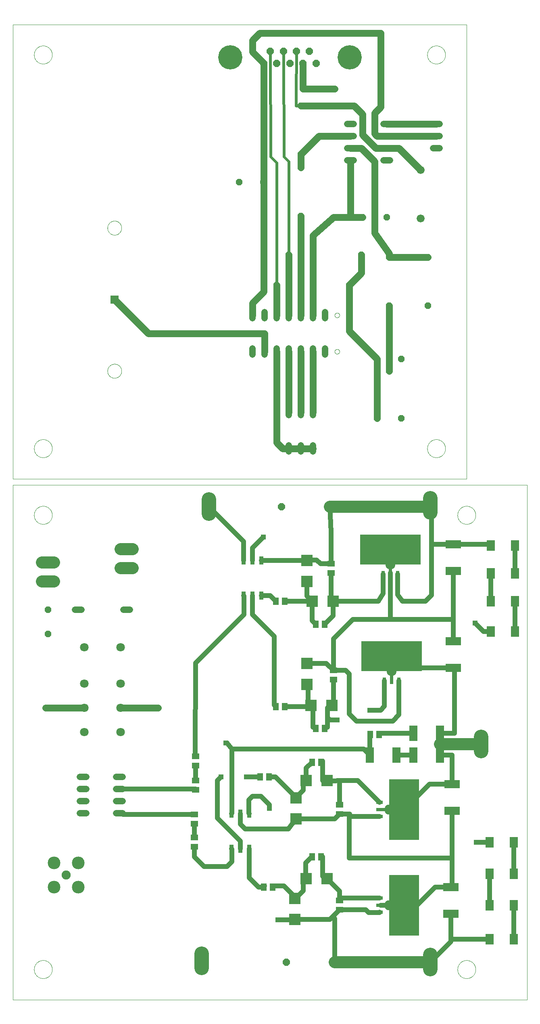
<source format=gtl>
G75*
%MOIN*%
%OFA0B0*%
%FSLAX25Y25*%
%IPPOS*%
%LPD*%
%AMOC8*
5,1,8,0,0,1.08239X$1,22.5*
%
%ADD10C,0.00000*%
%ADD11C,0.10039*%
%ADD12C,0.07500*%
%ADD13C,0.10500*%
%ADD14R,0.05118X0.05906*%
%ADD15C,0.05200*%
%ADD16C,0.07087*%
%ADD17R,0.03500X0.06600*%
%ADD18R,0.12598X0.07087*%
%ADD19R,0.05512X0.03150*%
%ADD20R,0.07480X0.03150*%
%ADD21C,0.06000*%
%ADD22R,0.25000X0.50000*%
%ADD23R,0.03500X0.03500*%
%ADD24R,0.03150X0.05512*%
%ADD25R,0.03150X0.07480*%
%ADD26R,0.50000X0.25000*%
%ADD27C,0.11850*%
%ADD28R,0.09449X0.09449*%
%ADD29OC8,0.05200*%
%ADD30R,0.05906X0.05118*%
%ADD31OC8,0.06000*%
%ADD32R,0.07087X0.12598*%
%ADD33R,0.07087X0.08661*%
%ADD34C,0.20000*%
%ADD35R,0.06750X0.06750*%
%ADD36C,0.06600*%
%ADD37C,0.05600*%
%ADD38R,0.03962X0.03962*%
%ADD39C,0.04000*%
%ADD40C,0.10000*%
%ADD41C,0.02400*%
D10*
X0001800Y0001000D02*
X0001800Y0426000D01*
X0426800Y0426000D01*
X0426800Y0001000D01*
X0001800Y0001000D01*
X0019325Y0026000D02*
X0019327Y0026183D01*
X0019334Y0026367D01*
X0019345Y0026550D01*
X0019361Y0026733D01*
X0019381Y0026915D01*
X0019406Y0027097D01*
X0019435Y0027278D01*
X0019469Y0027458D01*
X0019507Y0027638D01*
X0019549Y0027816D01*
X0019596Y0027994D01*
X0019647Y0028170D01*
X0019702Y0028345D01*
X0019762Y0028518D01*
X0019826Y0028690D01*
X0019894Y0028861D01*
X0019966Y0029029D01*
X0020043Y0029196D01*
X0020123Y0029361D01*
X0020208Y0029524D01*
X0020296Y0029684D01*
X0020388Y0029843D01*
X0020485Y0029999D01*
X0020585Y0030153D01*
X0020689Y0030304D01*
X0020796Y0030453D01*
X0020907Y0030599D01*
X0021022Y0030742D01*
X0021140Y0030882D01*
X0021261Y0031020D01*
X0021386Y0031154D01*
X0021514Y0031286D01*
X0021646Y0031414D01*
X0021780Y0031539D01*
X0021918Y0031660D01*
X0022058Y0031778D01*
X0022201Y0031893D01*
X0022347Y0032004D01*
X0022496Y0032111D01*
X0022647Y0032215D01*
X0022801Y0032315D01*
X0022957Y0032412D01*
X0023116Y0032504D01*
X0023276Y0032592D01*
X0023439Y0032677D01*
X0023604Y0032757D01*
X0023771Y0032834D01*
X0023939Y0032906D01*
X0024110Y0032974D01*
X0024282Y0033038D01*
X0024455Y0033098D01*
X0024630Y0033153D01*
X0024806Y0033204D01*
X0024984Y0033251D01*
X0025162Y0033293D01*
X0025342Y0033331D01*
X0025522Y0033365D01*
X0025703Y0033394D01*
X0025885Y0033419D01*
X0026067Y0033439D01*
X0026250Y0033455D01*
X0026433Y0033466D01*
X0026617Y0033473D01*
X0026800Y0033475D01*
X0026983Y0033473D01*
X0027167Y0033466D01*
X0027350Y0033455D01*
X0027533Y0033439D01*
X0027715Y0033419D01*
X0027897Y0033394D01*
X0028078Y0033365D01*
X0028258Y0033331D01*
X0028438Y0033293D01*
X0028616Y0033251D01*
X0028794Y0033204D01*
X0028970Y0033153D01*
X0029145Y0033098D01*
X0029318Y0033038D01*
X0029490Y0032974D01*
X0029661Y0032906D01*
X0029829Y0032834D01*
X0029996Y0032757D01*
X0030161Y0032677D01*
X0030324Y0032592D01*
X0030484Y0032504D01*
X0030643Y0032412D01*
X0030799Y0032315D01*
X0030953Y0032215D01*
X0031104Y0032111D01*
X0031253Y0032004D01*
X0031399Y0031893D01*
X0031542Y0031778D01*
X0031682Y0031660D01*
X0031820Y0031539D01*
X0031954Y0031414D01*
X0032086Y0031286D01*
X0032214Y0031154D01*
X0032339Y0031020D01*
X0032460Y0030882D01*
X0032578Y0030742D01*
X0032693Y0030599D01*
X0032804Y0030453D01*
X0032911Y0030304D01*
X0033015Y0030153D01*
X0033115Y0029999D01*
X0033212Y0029843D01*
X0033304Y0029684D01*
X0033392Y0029524D01*
X0033477Y0029361D01*
X0033557Y0029196D01*
X0033634Y0029029D01*
X0033706Y0028861D01*
X0033774Y0028690D01*
X0033838Y0028518D01*
X0033898Y0028345D01*
X0033953Y0028170D01*
X0034004Y0027994D01*
X0034051Y0027816D01*
X0034093Y0027638D01*
X0034131Y0027458D01*
X0034165Y0027278D01*
X0034194Y0027097D01*
X0034219Y0026915D01*
X0034239Y0026733D01*
X0034255Y0026550D01*
X0034266Y0026367D01*
X0034273Y0026183D01*
X0034275Y0026000D01*
X0034273Y0025817D01*
X0034266Y0025633D01*
X0034255Y0025450D01*
X0034239Y0025267D01*
X0034219Y0025085D01*
X0034194Y0024903D01*
X0034165Y0024722D01*
X0034131Y0024542D01*
X0034093Y0024362D01*
X0034051Y0024184D01*
X0034004Y0024006D01*
X0033953Y0023830D01*
X0033898Y0023655D01*
X0033838Y0023482D01*
X0033774Y0023310D01*
X0033706Y0023139D01*
X0033634Y0022971D01*
X0033557Y0022804D01*
X0033477Y0022639D01*
X0033392Y0022476D01*
X0033304Y0022316D01*
X0033212Y0022157D01*
X0033115Y0022001D01*
X0033015Y0021847D01*
X0032911Y0021696D01*
X0032804Y0021547D01*
X0032693Y0021401D01*
X0032578Y0021258D01*
X0032460Y0021118D01*
X0032339Y0020980D01*
X0032214Y0020846D01*
X0032086Y0020714D01*
X0031954Y0020586D01*
X0031820Y0020461D01*
X0031682Y0020340D01*
X0031542Y0020222D01*
X0031399Y0020107D01*
X0031253Y0019996D01*
X0031104Y0019889D01*
X0030953Y0019785D01*
X0030799Y0019685D01*
X0030643Y0019588D01*
X0030484Y0019496D01*
X0030324Y0019408D01*
X0030161Y0019323D01*
X0029996Y0019243D01*
X0029829Y0019166D01*
X0029661Y0019094D01*
X0029490Y0019026D01*
X0029318Y0018962D01*
X0029145Y0018902D01*
X0028970Y0018847D01*
X0028794Y0018796D01*
X0028616Y0018749D01*
X0028438Y0018707D01*
X0028258Y0018669D01*
X0028078Y0018635D01*
X0027897Y0018606D01*
X0027715Y0018581D01*
X0027533Y0018561D01*
X0027350Y0018545D01*
X0027167Y0018534D01*
X0026983Y0018527D01*
X0026800Y0018525D01*
X0026617Y0018527D01*
X0026433Y0018534D01*
X0026250Y0018545D01*
X0026067Y0018561D01*
X0025885Y0018581D01*
X0025703Y0018606D01*
X0025522Y0018635D01*
X0025342Y0018669D01*
X0025162Y0018707D01*
X0024984Y0018749D01*
X0024806Y0018796D01*
X0024630Y0018847D01*
X0024455Y0018902D01*
X0024282Y0018962D01*
X0024110Y0019026D01*
X0023939Y0019094D01*
X0023771Y0019166D01*
X0023604Y0019243D01*
X0023439Y0019323D01*
X0023276Y0019408D01*
X0023116Y0019496D01*
X0022957Y0019588D01*
X0022801Y0019685D01*
X0022647Y0019785D01*
X0022496Y0019889D01*
X0022347Y0019996D01*
X0022201Y0020107D01*
X0022058Y0020222D01*
X0021918Y0020340D01*
X0021780Y0020461D01*
X0021646Y0020586D01*
X0021514Y0020714D01*
X0021386Y0020846D01*
X0021261Y0020980D01*
X0021140Y0021118D01*
X0021022Y0021258D01*
X0020907Y0021401D01*
X0020796Y0021547D01*
X0020689Y0021696D01*
X0020585Y0021847D01*
X0020485Y0022001D01*
X0020388Y0022157D01*
X0020296Y0022316D01*
X0020208Y0022476D01*
X0020123Y0022639D01*
X0020043Y0022804D01*
X0019966Y0022971D01*
X0019894Y0023139D01*
X0019826Y0023310D01*
X0019762Y0023482D01*
X0019702Y0023655D01*
X0019647Y0023830D01*
X0019596Y0024006D01*
X0019549Y0024184D01*
X0019507Y0024362D01*
X0019469Y0024542D01*
X0019435Y0024722D01*
X0019406Y0024903D01*
X0019381Y0025085D01*
X0019361Y0025267D01*
X0019345Y0025450D01*
X0019334Y0025633D01*
X0019327Y0025817D01*
X0019325Y0026000D01*
X0019325Y0401000D02*
X0019327Y0401183D01*
X0019334Y0401367D01*
X0019345Y0401550D01*
X0019361Y0401733D01*
X0019381Y0401915D01*
X0019406Y0402097D01*
X0019435Y0402278D01*
X0019469Y0402458D01*
X0019507Y0402638D01*
X0019549Y0402816D01*
X0019596Y0402994D01*
X0019647Y0403170D01*
X0019702Y0403345D01*
X0019762Y0403518D01*
X0019826Y0403690D01*
X0019894Y0403861D01*
X0019966Y0404029D01*
X0020043Y0404196D01*
X0020123Y0404361D01*
X0020208Y0404524D01*
X0020296Y0404684D01*
X0020388Y0404843D01*
X0020485Y0404999D01*
X0020585Y0405153D01*
X0020689Y0405304D01*
X0020796Y0405453D01*
X0020907Y0405599D01*
X0021022Y0405742D01*
X0021140Y0405882D01*
X0021261Y0406020D01*
X0021386Y0406154D01*
X0021514Y0406286D01*
X0021646Y0406414D01*
X0021780Y0406539D01*
X0021918Y0406660D01*
X0022058Y0406778D01*
X0022201Y0406893D01*
X0022347Y0407004D01*
X0022496Y0407111D01*
X0022647Y0407215D01*
X0022801Y0407315D01*
X0022957Y0407412D01*
X0023116Y0407504D01*
X0023276Y0407592D01*
X0023439Y0407677D01*
X0023604Y0407757D01*
X0023771Y0407834D01*
X0023939Y0407906D01*
X0024110Y0407974D01*
X0024282Y0408038D01*
X0024455Y0408098D01*
X0024630Y0408153D01*
X0024806Y0408204D01*
X0024984Y0408251D01*
X0025162Y0408293D01*
X0025342Y0408331D01*
X0025522Y0408365D01*
X0025703Y0408394D01*
X0025885Y0408419D01*
X0026067Y0408439D01*
X0026250Y0408455D01*
X0026433Y0408466D01*
X0026617Y0408473D01*
X0026800Y0408475D01*
X0026983Y0408473D01*
X0027167Y0408466D01*
X0027350Y0408455D01*
X0027533Y0408439D01*
X0027715Y0408419D01*
X0027897Y0408394D01*
X0028078Y0408365D01*
X0028258Y0408331D01*
X0028438Y0408293D01*
X0028616Y0408251D01*
X0028794Y0408204D01*
X0028970Y0408153D01*
X0029145Y0408098D01*
X0029318Y0408038D01*
X0029490Y0407974D01*
X0029661Y0407906D01*
X0029829Y0407834D01*
X0029996Y0407757D01*
X0030161Y0407677D01*
X0030324Y0407592D01*
X0030484Y0407504D01*
X0030643Y0407412D01*
X0030799Y0407315D01*
X0030953Y0407215D01*
X0031104Y0407111D01*
X0031253Y0407004D01*
X0031399Y0406893D01*
X0031542Y0406778D01*
X0031682Y0406660D01*
X0031820Y0406539D01*
X0031954Y0406414D01*
X0032086Y0406286D01*
X0032214Y0406154D01*
X0032339Y0406020D01*
X0032460Y0405882D01*
X0032578Y0405742D01*
X0032693Y0405599D01*
X0032804Y0405453D01*
X0032911Y0405304D01*
X0033015Y0405153D01*
X0033115Y0404999D01*
X0033212Y0404843D01*
X0033304Y0404684D01*
X0033392Y0404524D01*
X0033477Y0404361D01*
X0033557Y0404196D01*
X0033634Y0404029D01*
X0033706Y0403861D01*
X0033774Y0403690D01*
X0033838Y0403518D01*
X0033898Y0403345D01*
X0033953Y0403170D01*
X0034004Y0402994D01*
X0034051Y0402816D01*
X0034093Y0402638D01*
X0034131Y0402458D01*
X0034165Y0402278D01*
X0034194Y0402097D01*
X0034219Y0401915D01*
X0034239Y0401733D01*
X0034255Y0401550D01*
X0034266Y0401367D01*
X0034273Y0401183D01*
X0034275Y0401000D01*
X0034273Y0400817D01*
X0034266Y0400633D01*
X0034255Y0400450D01*
X0034239Y0400267D01*
X0034219Y0400085D01*
X0034194Y0399903D01*
X0034165Y0399722D01*
X0034131Y0399542D01*
X0034093Y0399362D01*
X0034051Y0399184D01*
X0034004Y0399006D01*
X0033953Y0398830D01*
X0033898Y0398655D01*
X0033838Y0398482D01*
X0033774Y0398310D01*
X0033706Y0398139D01*
X0033634Y0397971D01*
X0033557Y0397804D01*
X0033477Y0397639D01*
X0033392Y0397476D01*
X0033304Y0397316D01*
X0033212Y0397157D01*
X0033115Y0397001D01*
X0033015Y0396847D01*
X0032911Y0396696D01*
X0032804Y0396547D01*
X0032693Y0396401D01*
X0032578Y0396258D01*
X0032460Y0396118D01*
X0032339Y0395980D01*
X0032214Y0395846D01*
X0032086Y0395714D01*
X0031954Y0395586D01*
X0031820Y0395461D01*
X0031682Y0395340D01*
X0031542Y0395222D01*
X0031399Y0395107D01*
X0031253Y0394996D01*
X0031104Y0394889D01*
X0030953Y0394785D01*
X0030799Y0394685D01*
X0030643Y0394588D01*
X0030484Y0394496D01*
X0030324Y0394408D01*
X0030161Y0394323D01*
X0029996Y0394243D01*
X0029829Y0394166D01*
X0029661Y0394094D01*
X0029490Y0394026D01*
X0029318Y0393962D01*
X0029145Y0393902D01*
X0028970Y0393847D01*
X0028794Y0393796D01*
X0028616Y0393749D01*
X0028438Y0393707D01*
X0028258Y0393669D01*
X0028078Y0393635D01*
X0027897Y0393606D01*
X0027715Y0393581D01*
X0027533Y0393561D01*
X0027350Y0393545D01*
X0027167Y0393534D01*
X0026983Y0393527D01*
X0026800Y0393525D01*
X0026617Y0393527D01*
X0026433Y0393534D01*
X0026250Y0393545D01*
X0026067Y0393561D01*
X0025885Y0393581D01*
X0025703Y0393606D01*
X0025522Y0393635D01*
X0025342Y0393669D01*
X0025162Y0393707D01*
X0024984Y0393749D01*
X0024806Y0393796D01*
X0024630Y0393847D01*
X0024455Y0393902D01*
X0024282Y0393962D01*
X0024110Y0394026D01*
X0023939Y0394094D01*
X0023771Y0394166D01*
X0023604Y0394243D01*
X0023439Y0394323D01*
X0023276Y0394408D01*
X0023116Y0394496D01*
X0022957Y0394588D01*
X0022801Y0394685D01*
X0022647Y0394785D01*
X0022496Y0394889D01*
X0022347Y0394996D01*
X0022201Y0395107D01*
X0022058Y0395222D01*
X0021918Y0395340D01*
X0021780Y0395461D01*
X0021646Y0395586D01*
X0021514Y0395714D01*
X0021386Y0395846D01*
X0021261Y0395980D01*
X0021140Y0396118D01*
X0021022Y0396258D01*
X0020907Y0396401D01*
X0020796Y0396547D01*
X0020689Y0396696D01*
X0020585Y0396847D01*
X0020485Y0397001D01*
X0020388Y0397157D01*
X0020296Y0397316D01*
X0020208Y0397476D01*
X0020123Y0397639D01*
X0020043Y0397804D01*
X0019966Y0397971D01*
X0019894Y0398139D01*
X0019826Y0398310D01*
X0019762Y0398482D01*
X0019702Y0398655D01*
X0019647Y0398830D01*
X0019596Y0399006D01*
X0019549Y0399184D01*
X0019507Y0399362D01*
X0019469Y0399542D01*
X0019435Y0399722D01*
X0019406Y0399903D01*
X0019381Y0400085D01*
X0019361Y0400267D01*
X0019345Y0400450D01*
X0019334Y0400633D01*
X0019327Y0400817D01*
X0019325Y0401000D01*
X0001800Y0431000D02*
X0001800Y0806000D01*
X0376800Y0806000D01*
X0376800Y0431000D01*
X0001800Y0431000D01*
X0019325Y0456000D02*
X0019327Y0456183D01*
X0019334Y0456367D01*
X0019345Y0456550D01*
X0019361Y0456733D01*
X0019381Y0456915D01*
X0019406Y0457097D01*
X0019435Y0457278D01*
X0019469Y0457458D01*
X0019507Y0457638D01*
X0019549Y0457816D01*
X0019596Y0457994D01*
X0019647Y0458170D01*
X0019702Y0458345D01*
X0019762Y0458518D01*
X0019826Y0458690D01*
X0019894Y0458861D01*
X0019966Y0459029D01*
X0020043Y0459196D01*
X0020123Y0459361D01*
X0020208Y0459524D01*
X0020296Y0459684D01*
X0020388Y0459843D01*
X0020485Y0459999D01*
X0020585Y0460153D01*
X0020689Y0460304D01*
X0020796Y0460453D01*
X0020907Y0460599D01*
X0021022Y0460742D01*
X0021140Y0460882D01*
X0021261Y0461020D01*
X0021386Y0461154D01*
X0021514Y0461286D01*
X0021646Y0461414D01*
X0021780Y0461539D01*
X0021918Y0461660D01*
X0022058Y0461778D01*
X0022201Y0461893D01*
X0022347Y0462004D01*
X0022496Y0462111D01*
X0022647Y0462215D01*
X0022801Y0462315D01*
X0022957Y0462412D01*
X0023116Y0462504D01*
X0023276Y0462592D01*
X0023439Y0462677D01*
X0023604Y0462757D01*
X0023771Y0462834D01*
X0023939Y0462906D01*
X0024110Y0462974D01*
X0024282Y0463038D01*
X0024455Y0463098D01*
X0024630Y0463153D01*
X0024806Y0463204D01*
X0024984Y0463251D01*
X0025162Y0463293D01*
X0025342Y0463331D01*
X0025522Y0463365D01*
X0025703Y0463394D01*
X0025885Y0463419D01*
X0026067Y0463439D01*
X0026250Y0463455D01*
X0026433Y0463466D01*
X0026617Y0463473D01*
X0026800Y0463475D01*
X0026983Y0463473D01*
X0027167Y0463466D01*
X0027350Y0463455D01*
X0027533Y0463439D01*
X0027715Y0463419D01*
X0027897Y0463394D01*
X0028078Y0463365D01*
X0028258Y0463331D01*
X0028438Y0463293D01*
X0028616Y0463251D01*
X0028794Y0463204D01*
X0028970Y0463153D01*
X0029145Y0463098D01*
X0029318Y0463038D01*
X0029490Y0462974D01*
X0029661Y0462906D01*
X0029829Y0462834D01*
X0029996Y0462757D01*
X0030161Y0462677D01*
X0030324Y0462592D01*
X0030484Y0462504D01*
X0030643Y0462412D01*
X0030799Y0462315D01*
X0030953Y0462215D01*
X0031104Y0462111D01*
X0031253Y0462004D01*
X0031399Y0461893D01*
X0031542Y0461778D01*
X0031682Y0461660D01*
X0031820Y0461539D01*
X0031954Y0461414D01*
X0032086Y0461286D01*
X0032214Y0461154D01*
X0032339Y0461020D01*
X0032460Y0460882D01*
X0032578Y0460742D01*
X0032693Y0460599D01*
X0032804Y0460453D01*
X0032911Y0460304D01*
X0033015Y0460153D01*
X0033115Y0459999D01*
X0033212Y0459843D01*
X0033304Y0459684D01*
X0033392Y0459524D01*
X0033477Y0459361D01*
X0033557Y0459196D01*
X0033634Y0459029D01*
X0033706Y0458861D01*
X0033774Y0458690D01*
X0033838Y0458518D01*
X0033898Y0458345D01*
X0033953Y0458170D01*
X0034004Y0457994D01*
X0034051Y0457816D01*
X0034093Y0457638D01*
X0034131Y0457458D01*
X0034165Y0457278D01*
X0034194Y0457097D01*
X0034219Y0456915D01*
X0034239Y0456733D01*
X0034255Y0456550D01*
X0034266Y0456367D01*
X0034273Y0456183D01*
X0034275Y0456000D01*
X0034273Y0455817D01*
X0034266Y0455633D01*
X0034255Y0455450D01*
X0034239Y0455267D01*
X0034219Y0455085D01*
X0034194Y0454903D01*
X0034165Y0454722D01*
X0034131Y0454542D01*
X0034093Y0454362D01*
X0034051Y0454184D01*
X0034004Y0454006D01*
X0033953Y0453830D01*
X0033898Y0453655D01*
X0033838Y0453482D01*
X0033774Y0453310D01*
X0033706Y0453139D01*
X0033634Y0452971D01*
X0033557Y0452804D01*
X0033477Y0452639D01*
X0033392Y0452476D01*
X0033304Y0452316D01*
X0033212Y0452157D01*
X0033115Y0452001D01*
X0033015Y0451847D01*
X0032911Y0451696D01*
X0032804Y0451547D01*
X0032693Y0451401D01*
X0032578Y0451258D01*
X0032460Y0451118D01*
X0032339Y0450980D01*
X0032214Y0450846D01*
X0032086Y0450714D01*
X0031954Y0450586D01*
X0031820Y0450461D01*
X0031682Y0450340D01*
X0031542Y0450222D01*
X0031399Y0450107D01*
X0031253Y0449996D01*
X0031104Y0449889D01*
X0030953Y0449785D01*
X0030799Y0449685D01*
X0030643Y0449588D01*
X0030484Y0449496D01*
X0030324Y0449408D01*
X0030161Y0449323D01*
X0029996Y0449243D01*
X0029829Y0449166D01*
X0029661Y0449094D01*
X0029490Y0449026D01*
X0029318Y0448962D01*
X0029145Y0448902D01*
X0028970Y0448847D01*
X0028794Y0448796D01*
X0028616Y0448749D01*
X0028438Y0448707D01*
X0028258Y0448669D01*
X0028078Y0448635D01*
X0027897Y0448606D01*
X0027715Y0448581D01*
X0027533Y0448561D01*
X0027350Y0448545D01*
X0027167Y0448534D01*
X0026983Y0448527D01*
X0026800Y0448525D01*
X0026617Y0448527D01*
X0026433Y0448534D01*
X0026250Y0448545D01*
X0026067Y0448561D01*
X0025885Y0448581D01*
X0025703Y0448606D01*
X0025522Y0448635D01*
X0025342Y0448669D01*
X0025162Y0448707D01*
X0024984Y0448749D01*
X0024806Y0448796D01*
X0024630Y0448847D01*
X0024455Y0448902D01*
X0024282Y0448962D01*
X0024110Y0449026D01*
X0023939Y0449094D01*
X0023771Y0449166D01*
X0023604Y0449243D01*
X0023439Y0449323D01*
X0023276Y0449408D01*
X0023116Y0449496D01*
X0022957Y0449588D01*
X0022801Y0449685D01*
X0022647Y0449785D01*
X0022496Y0449889D01*
X0022347Y0449996D01*
X0022201Y0450107D01*
X0022058Y0450222D01*
X0021918Y0450340D01*
X0021780Y0450461D01*
X0021646Y0450586D01*
X0021514Y0450714D01*
X0021386Y0450846D01*
X0021261Y0450980D01*
X0021140Y0451118D01*
X0021022Y0451258D01*
X0020907Y0451401D01*
X0020796Y0451547D01*
X0020689Y0451696D01*
X0020585Y0451847D01*
X0020485Y0452001D01*
X0020388Y0452157D01*
X0020296Y0452316D01*
X0020208Y0452476D01*
X0020123Y0452639D01*
X0020043Y0452804D01*
X0019966Y0452971D01*
X0019894Y0453139D01*
X0019826Y0453310D01*
X0019762Y0453482D01*
X0019702Y0453655D01*
X0019647Y0453830D01*
X0019596Y0454006D01*
X0019549Y0454184D01*
X0019507Y0454362D01*
X0019469Y0454542D01*
X0019435Y0454722D01*
X0019406Y0454903D01*
X0019381Y0455085D01*
X0019361Y0455267D01*
X0019345Y0455450D01*
X0019334Y0455633D01*
X0019327Y0455817D01*
X0019325Y0456000D01*
X0080000Y0519950D02*
X0080002Y0520102D01*
X0080008Y0520254D01*
X0080018Y0520405D01*
X0080032Y0520556D01*
X0080050Y0520707D01*
X0080071Y0520857D01*
X0080097Y0521007D01*
X0080127Y0521156D01*
X0080160Y0521304D01*
X0080198Y0521451D01*
X0080239Y0521597D01*
X0080284Y0521742D01*
X0080333Y0521886D01*
X0080385Y0522029D01*
X0080441Y0522170D01*
X0080501Y0522309D01*
X0080565Y0522447D01*
X0080632Y0522583D01*
X0080703Y0522718D01*
X0080777Y0522850D01*
X0080855Y0522980D01*
X0080936Y0523109D01*
X0081020Y0523235D01*
X0081108Y0523359D01*
X0081199Y0523481D01*
X0081293Y0523600D01*
X0081390Y0523717D01*
X0081490Y0523831D01*
X0081593Y0523942D01*
X0081699Y0524051D01*
X0081808Y0524157D01*
X0081919Y0524260D01*
X0082033Y0524360D01*
X0082150Y0524457D01*
X0082269Y0524551D01*
X0082391Y0524642D01*
X0082515Y0524730D01*
X0082641Y0524814D01*
X0082770Y0524895D01*
X0082900Y0524973D01*
X0083032Y0525047D01*
X0083167Y0525118D01*
X0083303Y0525185D01*
X0083441Y0525249D01*
X0083580Y0525309D01*
X0083721Y0525365D01*
X0083864Y0525417D01*
X0084008Y0525466D01*
X0084153Y0525511D01*
X0084299Y0525552D01*
X0084446Y0525590D01*
X0084594Y0525623D01*
X0084743Y0525653D01*
X0084893Y0525679D01*
X0085043Y0525700D01*
X0085194Y0525718D01*
X0085345Y0525732D01*
X0085496Y0525742D01*
X0085648Y0525748D01*
X0085800Y0525750D01*
X0085952Y0525748D01*
X0086104Y0525742D01*
X0086255Y0525732D01*
X0086406Y0525718D01*
X0086557Y0525700D01*
X0086707Y0525679D01*
X0086857Y0525653D01*
X0087006Y0525623D01*
X0087154Y0525590D01*
X0087301Y0525552D01*
X0087447Y0525511D01*
X0087592Y0525466D01*
X0087736Y0525417D01*
X0087879Y0525365D01*
X0088020Y0525309D01*
X0088159Y0525249D01*
X0088297Y0525185D01*
X0088433Y0525118D01*
X0088568Y0525047D01*
X0088700Y0524973D01*
X0088830Y0524895D01*
X0088959Y0524814D01*
X0089085Y0524730D01*
X0089209Y0524642D01*
X0089331Y0524551D01*
X0089450Y0524457D01*
X0089567Y0524360D01*
X0089681Y0524260D01*
X0089792Y0524157D01*
X0089901Y0524051D01*
X0090007Y0523942D01*
X0090110Y0523831D01*
X0090210Y0523717D01*
X0090307Y0523600D01*
X0090401Y0523481D01*
X0090492Y0523359D01*
X0090580Y0523235D01*
X0090664Y0523109D01*
X0090745Y0522980D01*
X0090823Y0522850D01*
X0090897Y0522718D01*
X0090968Y0522583D01*
X0091035Y0522447D01*
X0091099Y0522309D01*
X0091159Y0522170D01*
X0091215Y0522029D01*
X0091267Y0521886D01*
X0091316Y0521742D01*
X0091361Y0521597D01*
X0091402Y0521451D01*
X0091440Y0521304D01*
X0091473Y0521156D01*
X0091503Y0521007D01*
X0091529Y0520857D01*
X0091550Y0520707D01*
X0091568Y0520556D01*
X0091582Y0520405D01*
X0091592Y0520254D01*
X0091598Y0520102D01*
X0091600Y0519950D01*
X0091598Y0519798D01*
X0091592Y0519646D01*
X0091582Y0519495D01*
X0091568Y0519344D01*
X0091550Y0519193D01*
X0091529Y0519043D01*
X0091503Y0518893D01*
X0091473Y0518744D01*
X0091440Y0518596D01*
X0091402Y0518449D01*
X0091361Y0518303D01*
X0091316Y0518158D01*
X0091267Y0518014D01*
X0091215Y0517871D01*
X0091159Y0517730D01*
X0091099Y0517591D01*
X0091035Y0517453D01*
X0090968Y0517317D01*
X0090897Y0517182D01*
X0090823Y0517050D01*
X0090745Y0516920D01*
X0090664Y0516791D01*
X0090580Y0516665D01*
X0090492Y0516541D01*
X0090401Y0516419D01*
X0090307Y0516300D01*
X0090210Y0516183D01*
X0090110Y0516069D01*
X0090007Y0515958D01*
X0089901Y0515849D01*
X0089792Y0515743D01*
X0089681Y0515640D01*
X0089567Y0515540D01*
X0089450Y0515443D01*
X0089331Y0515349D01*
X0089209Y0515258D01*
X0089085Y0515170D01*
X0088959Y0515086D01*
X0088830Y0515005D01*
X0088700Y0514927D01*
X0088568Y0514853D01*
X0088433Y0514782D01*
X0088297Y0514715D01*
X0088159Y0514651D01*
X0088020Y0514591D01*
X0087879Y0514535D01*
X0087736Y0514483D01*
X0087592Y0514434D01*
X0087447Y0514389D01*
X0087301Y0514348D01*
X0087154Y0514310D01*
X0087006Y0514277D01*
X0086857Y0514247D01*
X0086707Y0514221D01*
X0086557Y0514200D01*
X0086406Y0514182D01*
X0086255Y0514168D01*
X0086104Y0514158D01*
X0085952Y0514152D01*
X0085800Y0514150D01*
X0085648Y0514152D01*
X0085496Y0514158D01*
X0085345Y0514168D01*
X0085194Y0514182D01*
X0085043Y0514200D01*
X0084893Y0514221D01*
X0084743Y0514247D01*
X0084594Y0514277D01*
X0084446Y0514310D01*
X0084299Y0514348D01*
X0084153Y0514389D01*
X0084008Y0514434D01*
X0083864Y0514483D01*
X0083721Y0514535D01*
X0083580Y0514591D01*
X0083441Y0514651D01*
X0083303Y0514715D01*
X0083167Y0514782D01*
X0083032Y0514853D01*
X0082900Y0514927D01*
X0082770Y0515005D01*
X0082641Y0515086D01*
X0082515Y0515170D01*
X0082391Y0515258D01*
X0082269Y0515349D01*
X0082150Y0515443D01*
X0082033Y0515540D01*
X0081919Y0515640D01*
X0081808Y0515743D01*
X0081699Y0515849D01*
X0081593Y0515958D01*
X0081490Y0516069D01*
X0081390Y0516183D01*
X0081293Y0516300D01*
X0081199Y0516419D01*
X0081108Y0516541D01*
X0081020Y0516665D01*
X0080936Y0516791D01*
X0080855Y0516920D01*
X0080777Y0517050D01*
X0080703Y0517182D01*
X0080632Y0517317D01*
X0080565Y0517453D01*
X0080501Y0517591D01*
X0080441Y0517730D01*
X0080385Y0517871D01*
X0080333Y0518014D01*
X0080284Y0518158D01*
X0080239Y0518303D01*
X0080198Y0518449D01*
X0080160Y0518596D01*
X0080127Y0518744D01*
X0080097Y0518893D01*
X0080071Y0519043D01*
X0080050Y0519193D01*
X0080032Y0519344D01*
X0080018Y0519495D01*
X0080008Y0519646D01*
X0080002Y0519798D01*
X0080000Y0519950D01*
X0080000Y0638050D02*
X0080002Y0638202D01*
X0080008Y0638354D01*
X0080018Y0638505D01*
X0080032Y0638656D01*
X0080050Y0638807D01*
X0080071Y0638957D01*
X0080097Y0639107D01*
X0080127Y0639256D01*
X0080160Y0639404D01*
X0080198Y0639551D01*
X0080239Y0639697D01*
X0080284Y0639842D01*
X0080333Y0639986D01*
X0080385Y0640129D01*
X0080441Y0640270D01*
X0080501Y0640409D01*
X0080565Y0640547D01*
X0080632Y0640683D01*
X0080703Y0640818D01*
X0080777Y0640950D01*
X0080855Y0641080D01*
X0080936Y0641209D01*
X0081020Y0641335D01*
X0081108Y0641459D01*
X0081199Y0641581D01*
X0081293Y0641700D01*
X0081390Y0641817D01*
X0081490Y0641931D01*
X0081593Y0642042D01*
X0081699Y0642151D01*
X0081808Y0642257D01*
X0081919Y0642360D01*
X0082033Y0642460D01*
X0082150Y0642557D01*
X0082269Y0642651D01*
X0082391Y0642742D01*
X0082515Y0642830D01*
X0082641Y0642914D01*
X0082770Y0642995D01*
X0082900Y0643073D01*
X0083032Y0643147D01*
X0083167Y0643218D01*
X0083303Y0643285D01*
X0083441Y0643349D01*
X0083580Y0643409D01*
X0083721Y0643465D01*
X0083864Y0643517D01*
X0084008Y0643566D01*
X0084153Y0643611D01*
X0084299Y0643652D01*
X0084446Y0643690D01*
X0084594Y0643723D01*
X0084743Y0643753D01*
X0084893Y0643779D01*
X0085043Y0643800D01*
X0085194Y0643818D01*
X0085345Y0643832D01*
X0085496Y0643842D01*
X0085648Y0643848D01*
X0085800Y0643850D01*
X0085952Y0643848D01*
X0086104Y0643842D01*
X0086255Y0643832D01*
X0086406Y0643818D01*
X0086557Y0643800D01*
X0086707Y0643779D01*
X0086857Y0643753D01*
X0087006Y0643723D01*
X0087154Y0643690D01*
X0087301Y0643652D01*
X0087447Y0643611D01*
X0087592Y0643566D01*
X0087736Y0643517D01*
X0087879Y0643465D01*
X0088020Y0643409D01*
X0088159Y0643349D01*
X0088297Y0643285D01*
X0088433Y0643218D01*
X0088568Y0643147D01*
X0088700Y0643073D01*
X0088830Y0642995D01*
X0088959Y0642914D01*
X0089085Y0642830D01*
X0089209Y0642742D01*
X0089331Y0642651D01*
X0089450Y0642557D01*
X0089567Y0642460D01*
X0089681Y0642360D01*
X0089792Y0642257D01*
X0089901Y0642151D01*
X0090007Y0642042D01*
X0090110Y0641931D01*
X0090210Y0641817D01*
X0090307Y0641700D01*
X0090401Y0641581D01*
X0090492Y0641459D01*
X0090580Y0641335D01*
X0090664Y0641209D01*
X0090745Y0641080D01*
X0090823Y0640950D01*
X0090897Y0640818D01*
X0090968Y0640683D01*
X0091035Y0640547D01*
X0091099Y0640409D01*
X0091159Y0640270D01*
X0091215Y0640129D01*
X0091267Y0639986D01*
X0091316Y0639842D01*
X0091361Y0639697D01*
X0091402Y0639551D01*
X0091440Y0639404D01*
X0091473Y0639256D01*
X0091503Y0639107D01*
X0091529Y0638957D01*
X0091550Y0638807D01*
X0091568Y0638656D01*
X0091582Y0638505D01*
X0091592Y0638354D01*
X0091598Y0638202D01*
X0091600Y0638050D01*
X0091598Y0637898D01*
X0091592Y0637746D01*
X0091582Y0637595D01*
X0091568Y0637444D01*
X0091550Y0637293D01*
X0091529Y0637143D01*
X0091503Y0636993D01*
X0091473Y0636844D01*
X0091440Y0636696D01*
X0091402Y0636549D01*
X0091361Y0636403D01*
X0091316Y0636258D01*
X0091267Y0636114D01*
X0091215Y0635971D01*
X0091159Y0635830D01*
X0091099Y0635691D01*
X0091035Y0635553D01*
X0090968Y0635417D01*
X0090897Y0635282D01*
X0090823Y0635150D01*
X0090745Y0635020D01*
X0090664Y0634891D01*
X0090580Y0634765D01*
X0090492Y0634641D01*
X0090401Y0634519D01*
X0090307Y0634400D01*
X0090210Y0634283D01*
X0090110Y0634169D01*
X0090007Y0634058D01*
X0089901Y0633949D01*
X0089792Y0633843D01*
X0089681Y0633740D01*
X0089567Y0633640D01*
X0089450Y0633543D01*
X0089331Y0633449D01*
X0089209Y0633358D01*
X0089085Y0633270D01*
X0088959Y0633186D01*
X0088830Y0633105D01*
X0088700Y0633027D01*
X0088568Y0632953D01*
X0088433Y0632882D01*
X0088297Y0632815D01*
X0088159Y0632751D01*
X0088020Y0632691D01*
X0087879Y0632635D01*
X0087736Y0632583D01*
X0087592Y0632534D01*
X0087447Y0632489D01*
X0087301Y0632448D01*
X0087154Y0632410D01*
X0087006Y0632377D01*
X0086857Y0632347D01*
X0086707Y0632321D01*
X0086557Y0632300D01*
X0086406Y0632282D01*
X0086255Y0632268D01*
X0086104Y0632258D01*
X0085952Y0632252D01*
X0085800Y0632250D01*
X0085648Y0632252D01*
X0085496Y0632258D01*
X0085345Y0632268D01*
X0085194Y0632282D01*
X0085043Y0632300D01*
X0084893Y0632321D01*
X0084743Y0632347D01*
X0084594Y0632377D01*
X0084446Y0632410D01*
X0084299Y0632448D01*
X0084153Y0632489D01*
X0084008Y0632534D01*
X0083864Y0632583D01*
X0083721Y0632635D01*
X0083580Y0632691D01*
X0083441Y0632751D01*
X0083303Y0632815D01*
X0083167Y0632882D01*
X0083032Y0632953D01*
X0082900Y0633027D01*
X0082770Y0633105D01*
X0082641Y0633186D01*
X0082515Y0633270D01*
X0082391Y0633358D01*
X0082269Y0633449D01*
X0082150Y0633543D01*
X0082033Y0633640D01*
X0081919Y0633740D01*
X0081808Y0633843D01*
X0081699Y0633949D01*
X0081593Y0634058D01*
X0081490Y0634169D01*
X0081390Y0634283D01*
X0081293Y0634400D01*
X0081199Y0634519D01*
X0081108Y0634641D01*
X0081020Y0634765D01*
X0080936Y0634891D01*
X0080855Y0635020D01*
X0080777Y0635150D01*
X0080703Y0635282D01*
X0080632Y0635417D01*
X0080565Y0635553D01*
X0080501Y0635691D01*
X0080441Y0635830D01*
X0080385Y0635971D01*
X0080333Y0636114D01*
X0080284Y0636258D01*
X0080239Y0636403D01*
X0080198Y0636549D01*
X0080160Y0636696D01*
X0080127Y0636844D01*
X0080097Y0636993D01*
X0080071Y0637143D01*
X0080050Y0637293D01*
X0080032Y0637444D01*
X0080018Y0637595D01*
X0080008Y0637746D01*
X0080002Y0637898D01*
X0080000Y0638050D01*
X0019325Y0781000D02*
X0019327Y0781183D01*
X0019334Y0781367D01*
X0019345Y0781550D01*
X0019361Y0781733D01*
X0019381Y0781915D01*
X0019406Y0782097D01*
X0019435Y0782278D01*
X0019469Y0782458D01*
X0019507Y0782638D01*
X0019549Y0782816D01*
X0019596Y0782994D01*
X0019647Y0783170D01*
X0019702Y0783345D01*
X0019762Y0783518D01*
X0019826Y0783690D01*
X0019894Y0783861D01*
X0019966Y0784029D01*
X0020043Y0784196D01*
X0020123Y0784361D01*
X0020208Y0784524D01*
X0020296Y0784684D01*
X0020388Y0784843D01*
X0020485Y0784999D01*
X0020585Y0785153D01*
X0020689Y0785304D01*
X0020796Y0785453D01*
X0020907Y0785599D01*
X0021022Y0785742D01*
X0021140Y0785882D01*
X0021261Y0786020D01*
X0021386Y0786154D01*
X0021514Y0786286D01*
X0021646Y0786414D01*
X0021780Y0786539D01*
X0021918Y0786660D01*
X0022058Y0786778D01*
X0022201Y0786893D01*
X0022347Y0787004D01*
X0022496Y0787111D01*
X0022647Y0787215D01*
X0022801Y0787315D01*
X0022957Y0787412D01*
X0023116Y0787504D01*
X0023276Y0787592D01*
X0023439Y0787677D01*
X0023604Y0787757D01*
X0023771Y0787834D01*
X0023939Y0787906D01*
X0024110Y0787974D01*
X0024282Y0788038D01*
X0024455Y0788098D01*
X0024630Y0788153D01*
X0024806Y0788204D01*
X0024984Y0788251D01*
X0025162Y0788293D01*
X0025342Y0788331D01*
X0025522Y0788365D01*
X0025703Y0788394D01*
X0025885Y0788419D01*
X0026067Y0788439D01*
X0026250Y0788455D01*
X0026433Y0788466D01*
X0026617Y0788473D01*
X0026800Y0788475D01*
X0026983Y0788473D01*
X0027167Y0788466D01*
X0027350Y0788455D01*
X0027533Y0788439D01*
X0027715Y0788419D01*
X0027897Y0788394D01*
X0028078Y0788365D01*
X0028258Y0788331D01*
X0028438Y0788293D01*
X0028616Y0788251D01*
X0028794Y0788204D01*
X0028970Y0788153D01*
X0029145Y0788098D01*
X0029318Y0788038D01*
X0029490Y0787974D01*
X0029661Y0787906D01*
X0029829Y0787834D01*
X0029996Y0787757D01*
X0030161Y0787677D01*
X0030324Y0787592D01*
X0030484Y0787504D01*
X0030643Y0787412D01*
X0030799Y0787315D01*
X0030953Y0787215D01*
X0031104Y0787111D01*
X0031253Y0787004D01*
X0031399Y0786893D01*
X0031542Y0786778D01*
X0031682Y0786660D01*
X0031820Y0786539D01*
X0031954Y0786414D01*
X0032086Y0786286D01*
X0032214Y0786154D01*
X0032339Y0786020D01*
X0032460Y0785882D01*
X0032578Y0785742D01*
X0032693Y0785599D01*
X0032804Y0785453D01*
X0032911Y0785304D01*
X0033015Y0785153D01*
X0033115Y0784999D01*
X0033212Y0784843D01*
X0033304Y0784684D01*
X0033392Y0784524D01*
X0033477Y0784361D01*
X0033557Y0784196D01*
X0033634Y0784029D01*
X0033706Y0783861D01*
X0033774Y0783690D01*
X0033838Y0783518D01*
X0033898Y0783345D01*
X0033953Y0783170D01*
X0034004Y0782994D01*
X0034051Y0782816D01*
X0034093Y0782638D01*
X0034131Y0782458D01*
X0034165Y0782278D01*
X0034194Y0782097D01*
X0034219Y0781915D01*
X0034239Y0781733D01*
X0034255Y0781550D01*
X0034266Y0781367D01*
X0034273Y0781183D01*
X0034275Y0781000D01*
X0034273Y0780817D01*
X0034266Y0780633D01*
X0034255Y0780450D01*
X0034239Y0780267D01*
X0034219Y0780085D01*
X0034194Y0779903D01*
X0034165Y0779722D01*
X0034131Y0779542D01*
X0034093Y0779362D01*
X0034051Y0779184D01*
X0034004Y0779006D01*
X0033953Y0778830D01*
X0033898Y0778655D01*
X0033838Y0778482D01*
X0033774Y0778310D01*
X0033706Y0778139D01*
X0033634Y0777971D01*
X0033557Y0777804D01*
X0033477Y0777639D01*
X0033392Y0777476D01*
X0033304Y0777316D01*
X0033212Y0777157D01*
X0033115Y0777001D01*
X0033015Y0776847D01*
X0032911Y0776696D01*
X0032804Y0776547D01*
X0032693Y0776401D01*
X0032578Y0776258D01*
X0032460Y0776118D01*
X0032339Y0775980D01*
X0032214Y0775846D01*
X0032086Y0775714D01*
X0031954Y0775586D01*
X0031820Y0775461D01*
X0031682Y0775340D01*
X0031542Y0775222D01*
X0031399Y0775107D01*
X0031253Y0774996D01*
X0031104Y0774889D01*
X0030953Y0774785D01*
X0030799Y0774685D01*
X0030643Y0774588D01*
X0030484Y0774496D01*
X0030324Y0774408D01*
X0030161Y0774323D01*
X0029996Y0774243D01*
X0029829Y0774166D01*
X0029661Y0774094D01*
X0029490Y0774026D01*
X0029318Y0773962D01*
X0029145Y0773902D01*
X0028970Y0773847D01*
X0028794Y0773796D01*
X0028616Y0773749D01*
X0028438Y0773707D01*
X0028258Y0773669D01*
X0028078Y0773635D01*
X0027897Y0773606D01*
X0027715Y0773581D01*
X0027533Y0773561D01*
X0027350Y0773545D01*
X0027167Y0773534D01*
X0026983Y0773527D01*
X0026800Y0773525D01*
X0026617Y0773527D01*
X0026433Y0773534D01*
X0026250Y0773545D01*
X0026067Y0773561D01*
X0025885Y0773581D01*
X0025703Y0773606D01*
X0025522Y0773635D01*
X0025342Y0773669D01*
X0025162Y0773707D01*
X0024984Y0773749D01*
X0024806Y0773796D01*
X0024630Y0773847D01*
X0024455Y0773902D01*
X0024282Y0773962D01*
X0024110Y0774026D01*
X0023939Y0774094D01*
X0023771Y0774166D01*
X0023604Y0774243D01*
X0023439Y0774323D01*
X0023276Y0774408D01*
X0023116Y0774496D01*
X0022957Y0774588D01*
X0022801Y0774685D01*
X0022647Y0774785D01*
X0022496Y0774889D01*
X0022347Y0774996D01*
X0022201Y0775107D01*
X0022058Y0775222D01*
X0021918Y0775340D01*
X0021780Y0775461D01*
X0021646Y0775586D01*
X0021514Y0775714D01*
X0021386Y0775846D01*
X0021261Y0775980D01*
X0021140Y0776118D01*
X0021022Y0776258D01*
X0020907Y0776401D01*
X0020796Y0776547D01*
X0020689Y0776696D01*
X0020585Y0776847D01*
X0020485Y0777001D01*
X0020388Y0777157D01*
X0020296Y0777316D01*
X0020208Y0777476D01*
X0020123Y0777639D01*
X0020043Y0777804D01*
X0019966Y0777971D01*
X0019894Y0778139D01*
X0019826Y0778310D01*
X0019762Y0778482D01*
X0019702Y0778655D01*
X0019647Y0778830D01*
X0019596Y0779006D01*
X0019549Y0779184D01*
X0019507Y0779362D01*
X0019469Y0779542D01*
X0019435Y0779722D01*
X0019406Y0779903D01*
X0019381Y0780085D01*
X0019361Y0780267D01*
X0019345Y0780450D01*
X0019334Y0780633D01*
X0019327Y0780817D01*
X0019325Y0781000D01*
X0267831Y0566000D02*
X0267833Y0566088D01*
X0267839Y0566176D01*
X0267849Y0566264D01*
X0267863Y0566352D01*
X0267880Y0566438D01*
X0267902Y0566524D01*
X0267927Y0566608D01*
X0267957Y0566692D01*
X0267989Y0566774D01*
X0268026Y0566854D01*
X0268066Y0566933D01*
X0268110Y0567010D01*
X0268157Y0567085D01*
X0268207Y0567157D01*
X0268261Y0567228D01*
X0268317Y0567295D01*
X0268377Y0567361D01*
X0268439Y0567423D01*
X0268505Y0567483D01*
X0268572Y0567539D01*
X0268643Y0567593D01*
X0268715Y0567643D01*
X0268790Y0567690D01*
X0268867Y0567734D01*
X0268946Y0567774D01*
X0269026Y0567811D01*
X0269108Y0567843D01*
X0269192Y0567873D01*
X0269276Y0567898D01*
X0269362Y0567920D01*
X0269448Y0567937D01*
X0269536Y0567951D01*
X0269624Y0567961D01*
X0269712Y0567967D01*
X0269800Y0567969D01*
X0269888Y0567967D01*
X0269976Y0567961D01*
X0270064Y0567951D01*
X0270152Y0567937D01*
X0270238Y0567920D01*
X0270324Y0567898D01*
X0270408Y0567873D01*
X0270492Y0567843D01*
X0270574Y0567811D01*
X0270654Y0567774D01*
X0270733Y0567734D01*
X0270810Y0567690D01*
X0270885Y0567643D01*
X0270957Y0567593D01*
X0271028Y0567539D01*
X0271095Y0567483D01*
X0271161Y0567423D01*
X0271223Y0567361D01*
X0271283Y0567295D01*
X0271339Y0567228D01*
X0271393Y0567157D01*
X0271443Y0567085D01*
X0271490Y0567010D01*
X0271534Y0566933D01*
X0271574Y0566854D01*
X0271611Y0566774D01*
X0271643Y0566692D01*
X0271673Y0566608D01*
X0271698Y0566524D01*
X0271720Y0566438D01*
X0271737Y0566352D01*
X0271751Y0566264D01*
X0271761Y0566176D01*
X0271767Y0566088D01*
X0271769Y0566000D01*
X0271767Y0565912D01*
X0271761Y0565824D01*
X0271751Y0565736D01*
X0271737Y0565648D01*
X0271720Y0565562D01*
X0271698Y0565476D01*
X0271673Y0565392D01*
X0271643Y0565308D01*
X0271611Y0565226D01*
X0271574Y0565146D01*
X0271534Y0565067D01*
X0271490Y0564990D01*
X0271443Y0564915D01*
X0271393Y0564843D01*
X0271339Y0564772D01*
X0271283Y0564705D01*
X0271223Y0564639D01*
X0271161Y0564577D01*
X0271095Y0564517D01*
X0271028Y0564461D01*
X0270957Y0564407D01*
X0270885Y0564357D01*
X0270810Y0564310D01*
X0270733Y0564266D01*
X0270654Y0564226D01*
X0270574Y0564189D01*
X0270492Y0564157D01*
X0270408Y0564127D01*
X0270324Y0564102D01*
X0270238Y0564080D01*
X0270152Y0564063D01*
X0270064Y0564049D01*
X0269976Y0564039D01*
X0269888Y0564033D01*
X0269800Y0564031D01*
X0269712Y0564033D01*
X0269624Y0564039D01*
X0269536Y0564049D01*
X0269448Y0564063D01*
X0269362Y0564080D01*
X0269276Y0564102D01*
X0269192Y0564127D01*
X0269108Y0564157D01*
X0269026Y0564189D01*
X0268946Y0564226D01*
X0268867Y0564266D01*
X0268790Y0564310D01*
X0268715Y0564357D01*
X0268643Y0564407D01*
X0268572Y0564461D01*
X0268505Y0564517D01*
X0268439Y0564577D01*
X0268377Y0564639D01*
X0268317Y0564705D01*
X0268261Y0564772D01*
X0268207Y0564843D01*
X0268157Y0564915D01*
X0268110Y0564990D01*
X0268066Y0565067D01*
X0268026Y0565146D01*
X0267989Y0565226D01*
X0267957Y0565308D01*
X0267927Y0565392D01*
X0267902Y0565476D01*
X0267880Y0565562D01*
X0267863Y0565648D01*
X0267849Y0565736D01*
X0267839Y0565824D01*
X0267833Y0565912D01*
X0267831Y0566000D01*
X0267831Y0536000D02*
X0267833Y0536088D01*
X0267839Y0536176D01*
X0267849Y0536264D01*
X0267863Y0536352D01*
X0267880Y0536438D01*
X0267902Y0536524D01*
X0267927Y0536608D01*
X0267957Y0536692D01*
X0267989Y0536774D01*
X0268026Y0536854D01*
X0268066Y0536933D01*
X0268110Y0537010D01*
X0268157Y0537085D01*
X0268207Y0537157D01*
X0268261Y0537228D01*
X0268317Y0537295D01*
X0268377Y0537361D01*
X0268439Y0537423D01*
X0268505Y0537483D01*
X0268572Y0537539D01*
X0268643Y0537593D01*
X0268715Y0537643D01*
X0268790Y0537690D01*
X0268867Y0537734D01*
X0268946Y0537774D01*
X0269026Y0537811D01*
X0269108Y0537843D01*
X0269192Y0537873D01*
X0269276Y0537898D01*
X0269362Y0537920D01*
X0269448Y0537937D01*
X0269536Y0537951D01*
X0269624Y0537961D01*
X0269712Y0537967D01*
X0269800Y0537969D01*
X0269888Y0537967D01*
X0269976Y0537961D01*
X0270064Y0537951D01*
X0270152Y0537937D01*
X0270238Y0537920D01*
X0270324Y0537898D01*
X0270408Y0537873D01*
X0270492Y0537843D01*
X0270574Y0537811D01*
X0270654Y0537774D01*
X0270733Y0537734D01*
X0270810Y0537690D01*
X0270885Y0537643D01*
X0270957Y0537593D01*
X0271028Y0537539D01*
X0271095Y0537483D01*
X0271161Y0537423D01*
X0271223Y0537361D01*
X0271283Y0537295D01*
X0271339Y0537228D01*
X0271393Y0537157D01*
X0271443Y0537085D01*
X0271490Y0537010D01*
X0271534Y0536933D01*
X0271574Y0536854D01*
X0271611Y0536774D01*
X0271643Y0536692D01*
X0271673Y0536608D01*
X0271698Y0536524D01*
X0271720Y0536438D01*
X0271737Y0536352D01*
X0271751Y0536264D01*
X0271761Y0536176D01*
X0271767Y0536088D01*
X0271769Y0536000D01*
X0271767Y0535912D01*
X0271761Y0535824D01*
X0271751Y0535736D01*
X0271737Y0535648D01*
X0271720Y0535562D01*
X0271698Y0535476D01*
X0271673Y0535392D01*
X0271643Y0535308D01*
X0271611Y0535226D01*
X0271574Y0535146D01*
X0271534Y0535067D01*
X0271490Y0534990D01*
X0271443Y0534915D01*
X0271393Y0534843D01*
X0271339Y0534772D01*
X0271283Y0534705D01*
X0271223Y0534639D01*
X0271161Y0534577D01*
X0271095Y0534517D01*
X0271028Y0534461D01*
X0270957Y0534407D01*
X0270885Y0534357D01*
X0270810Y0534310D01*
X0270733Y0534266D01*
X0270654Y0534226D01*
X0270574Y0534189D01*
X0270492Y0534157D01*
X0270408Y0534127D01*
X0270324Y0534102D01*
X0270238Y0534080D01*
X0270152Y0534063D01*
X0270064Y0534049D01*
X0269976Y0534039D01*
X0269888Y0534033D01*
X0269800Y0534031D01*
X0269712Y0534033D01*
X0269624Y0534039D01*
X0269536Y0534049D01*
X0269448Y0534063D01*
X0269362Y0534080D01*
X0269276Y0534102D01*
X0269192Y0534127D01*
X0269108Y0534157D01*
X0269026Y0534189D01*
X0268946Y0534226D01*
X0268867Y0534266D01*
X0268790Y0534310D01*
X0268715Y0534357D01*
X0268643Y0534407D01*
X0268572Y0534461D01*
X0268505Y0534517D01*
X0268439Y0534577D01*
X0268377Y0534639D01*
X0268317Y0534705D01*
X0268261Y0534772D01*
X0268207Y0534843D01*
X0268157Y0534915D01*
X0268110Y0534990D01*
X0268066Y0535067D01*
X0268026Y0535146D01*
X0267989Y0535226D01*
X0267957Y0535308D01*
X0267927Y0535392D01*
X0267902Y0535476D01*
X0267880Y0535562D01*
X0267863Y0535648D01*
X0267849Y0535736D01*
X0267839Y0535824D01*
X0267833Y0535912D01*
X0267831Y0536000D01*
X0344325Y0456000D02*
X0344327Y0456183D01*
X0344334Y0456367D01*
X0344345Y0456550D01*
X0344361Y0456733D01*
X0344381Y0456915D01*
X0344406Y0457097D01*
X0344435Y0457278D01*
X0344469Y0457458D01*
X0344507Y0457638D01*
X0344549Y0457816D01*
X0344596Y0457994D01*
X0344647Y0458170D01*
X0344702Y0458345D01*
X0344762Y0458518D01*
X0344826Y0458690D01*
X0344894Y0458861D01*
X0344966Y0459029D01*
X0345043Y0459196D01*
X0345123Y0459361D01*
X0345208Y0459524D01*
X0345296Y0459684D01*
X0345388Y0459843D01*
X0345485Y0459999D01*
X0345585Y0460153D01*
X0345689Y0460304D01*
X0345796Y0460453D01*
X0345907Y0460599D01*
X0346022Y0460742D01*
X0346140Y0460882D01*
X0346261Y0461020D01*
X0346386Y0461154D01*
X0346514Y0461286D01*
X0346646Y0461414D01*
X0346780Y0461539D01*
X0346918Y0461660D01*
X0347058Y0461778D01*
X0347201Y0461893D01*
X0347347Y0462004D01*
X0347496Y0462111D01*
X0347647Y0462215D01*
X0347801Y0462315D01*
X0347957Y0462412D01*
X0348116Y0462504D01*
X0348276Y0462592D01*
X0348439Y0462677D01*
X0348604Y0462757D01*
X0348771Y0462834D01*
X0348939Y0462906D01*
X0349110Y0462974D01*
X0349282Y0463038D01*
X0349455Y0463098D01*
X0349630Y0463153D01*
X0349806Y0463204D01*
X0349984Y0463251D01*
X0350162Y0463293D01*
X0350342Y0463331D01*
X0350522Y0463365D01*
X0350703Y0463394D01*
X0350885Y0463419D01*
X0351067Y0463439D01*
X0351250Y0463455D01*
X0351433Y0463466D01*
X0351617Y0463473D01*
X0351800Y0463475D01*
X0351983Y0463473D01*
X0352167Y0463466D01*
X0352350Y0463455D01*
X0352533Y0463439D01*
X0352715Y0463419D01*
X0352897Y0463394D01*
X0353078Y0463365D01*
X0353258Y0463331D01*
X0353438Y0463293D01*
X0353616Y0463251D01*
X0353794Y0463204D01*
X0353970Y0463153D01*
X0354145Y0463098D01*
X0354318Y0463038D01*
X0354490Y0462974D01*
X0354661Y0462906D01*
X0354829Y0462834D01*
X0354996Y0462757D01*
X0355161Y0462677D01*
X0355324Y0462592D01*
X0355484Y0462504D01*
X0355643Y0462412D01*
X0355799Y0462315D01*
X0355953Y0462215D01*
X0356104Y0462111D01*
X0356253Y0462004D01*
X0356399Y0461893D01*
X0356542Y0461778D01*
X0356682Y0461660D01*
X0356820Y0461539D01*
X0356954Y0461414D01*
X0357086Y0461286D01*
X0357214Y0461154D01*
X0357339Y0461020D01*
X0357460Y0460882D01*
X0357578Y0460742D01*
X0357693Y0460599D01*
X0357804Y0460453D01*
X0357911Y0460304D01*
X0358015Y0460153D01*
X0358115Y0459999D01*
X0358212Y0459843D01*
X0358304Y0459684D01*
X0358392Y0459524D01*
X0358477Y0459361D01*
X0358557Y0459196D01*
X0358634Y0459029D01*
X0358706Y0458861D01*
X0358774Y0458690D01*
X0358838Y0458518D01*
X0358898Y0458345D01*
X0358953Y0458170D01*
X0359004Y0457994D01*
X0359051Y0457816D01*
X0359093Y0457638D01*
X0359131Y0457458D01*
X0359165Y0457278D01*
X0359194Y0457097D01*
X0359219Y0456915D01*
X0359239Y0456733D01*
X0359255Y0456550D01*
X0359266Y0456367D01*
X0359273Y0456183D01*
X0359275Y0456000D01*
X0359273Y0455817D01*
X0359266Y0455633D01*
X0359255Y0455450D01*
X0359239Y0455267D01*
X0359219Y0455085D01*
X0359194Y0454903D01*
X0359165Y0454722D01*
X0359131Y0454542D01*
X0359093Y0454362D01*
X0359051Y0454184D01*
X0359004Y0454006D01*
X0358953Y0453830D01*
X0358898Y0453655D01*
X0358838Y0453482D01*
X0358774Y0453310D01*
X0358706Y0453139D01*
X0358634Y0452971D01*
X0358557Y0452804D01*
X0358477Y0452639D01*
X0358392Y0452476D01*
X0358304Y0452316D01*
X0358212Y0452157D01*
X0358115Y0452001D01*
X0358015Y0451847D01*
X0357911Y0451696D01*
X0357804Y0451547D01*
X0357693Y0451401D01*
X0357578Y0451258D01*
X0357460Y0451118D01*
X0357339Y0450980D01*
X0357214Y0450846D01*
X0357086Y0450714D01*
X0356954Y0450586D01*
X0356820Y0450461D01*
X0356682Y0450340D01*
X0356542Y0450222D01*
X0356399Y0450107D01*
X0356253Y0449996D01*
X0356104Y0449889D01*
X0355953Y0449785D01*
X0355799Y0449685D01*
X0355643Y0449588D01*
X0355484Y0449496D01*
X0355324Y0449408D01*
X0355161Y0449323D01*
X0354996Y0449243D01*
X0354829Y0449166D01*
X0354661Y0449094D01*
X0354490Y0449026D01*
X0354318Y0448962D01*
X0354145Y0448902D01*
X0353970Y0448847D01*
X0353794Y0448796D01*
X0353616Y0448749D01*
X0353438Y0448707D01*
X0353258Y0448669D01*
X0353078Y0448635D01*
X0352897Y0448606D01*
X0352715Y0448581D01*
X0352533Y0448561D01*
X0352350Y0448545D01*
X0352167Y0448534D01*
X0351983Y0448527D01*
X0351800Y0448525D01*
X0351617Y0448527D01*
X0351433Y0448534D01*
X0351250Y0448545D01*
X0351067Y0448561D01*
X0350885Y0448581D01*
X0350703Y0448606D01*
X0350522Y0448635D01*
X0350342Y0448669D01*
X0350162Y0448707D01*
X0349984Y0448749D01*
X0349806Y0448796D01*
X0349630Y0448847D01*
X0349455Y0448902D01*
X0349282Y0448962D01*
X0349110Y0449026D01*
X0348939Y0449094D01*
X0348771Y0449166D01*
X0348604Y0449243D01*
X0348439Y0449323D01*
X0348276Y0449408D01*
X0348116Y0449496D01*
X0347957Y0449588D01*
X0347801Y0449685D01*
X0347647Y0449785D01*
X0347496Y0449889D01*
X0347347Y0449996D01*
X0347201Y0450107D01*
X0347058Y0450222D01*
X0346918Y0450340D01*
X0346780Y0450461D01*
X0346646Y0450586D01*
X0346514Y0450714D01*
X0346386Y0450846D01*
X0346261Y0450980D01*
X0346140Y0451118D01*
X0346022Y0451258D01*
X0345907Y0451401D01*
X0345796Y0451547D01*
X0345689Y0451696D01*
X0345585Y0451847D01*
X0345485Y0452001D01*
X0345388Y0452157D01*
X0345296Y0452316D01*
X0345208Y0452476D01*
X0345123Y0452639D01*
X0345043Y0452804D01*
X0344966Y0452971D01*
X0344894Y0453139D01*
X0344826Y0453310D01*
X0344762Y0453482D01*
X0344702Y0453655D01*
X0344647Y0453830D01*
X0344596Y0454006D01*
X0344549Y0454184D01*
X0344507Y0454362D01*
X0344469Y0454542D01*
X0344435Y0454722D01*
X0344406Y0454903D01*
X0344381Y0455085D01*
X0344361Y0455267D01*
X0344345Y0455450D01*
X0344334Y0455633D01*
X0344327Y0455817D01*
X0344325Y0456000D01*
X0369325Y0401000D02*
X0369327Y0401183D01*
X0369334Y0401367D01*
X0369345Y0401550D01*
X0369361Y0401733D01*
X0369381Y0401915D01*
X0369406Y0402097D01*
X0369435Y0402278D01*
X0369469Y0402458D01*
X0369507Y0402638D01*
X0369549Y0402816D01*
X0369596Y0402994D01*
X0369647Y0403170D01*
X0369702Y0403345D01*
X0369762Y0403518D01*
X0369826Y0403690D01*
X0369894Y0403861D01*
X0369966Y0404029D01*
X0370043Y0404196D01*
X0370123Y0404361D01*
X0370208Y0404524D01*
X0370296Y0404684D01*
X0370388Y0404843D01*
X0370485Y0404999D01*
X0370585Y0405153D01*
X0370689Y0405304D01*
X0370796Y0405453D01*
X0370907Y0405599D01*
X0371022Y0405742D01*
X0371140Y0405882D01*
X0371261Y0406020D01*
X0371386Y0406154D01*
X0371514Y0406286D01*
X0371646Y0406414D01*
X0371780Y0406539D01*
X0371918Y0406660D01*
X0372058Y0406778D01*
X0372201Y0406893D01*
X0372347Y0407004D01*
X0372496Y0407111D01*
X0372647Y0407215D01*
X0372801Y0407315D01*
X0372957Y0407412D01*
X0373116Y0407504D01*
X0373276Y0407592D01*
X0373439Y0407677D01*
X0373604Y0407757D01*
X0373771Y0407834D01*
X0373939Y0407906D01*
X0374110Y0407974D01*
X0374282Y0408038D01*
X0374455Y0408098D01*
X0374630Y0408153D01*
X0374806Y0408204D01*
X0374984Y0408251D01*
X0375162Y0408293D01*
X0375342Y0408331D01*
X0375522Y0408365D01*
X0375703Y0408394D01*
X0375885Y0408419D01*
X0376067Y0408439D01*
X0376250Y0408455D01*
X0376433Y0408466D01*
X0376617Y0408473D01*
X0376800Y0408475D01*
X0376983Y0408473D01*
X0377167Y0408466D01*
X0377350Y0408455D01*
X0377533Y0408439D01*
X0377715Y0408419D01*
X0377897Y0408394D01*
X0378078Y0408365D01*
X0378258Y0408331D01*
X0378438Y0408293D01*
X0378616Y0408251D01*
X0378794Y0408204D01*
X0378970Y0408153D01*
X0379145Y0408098D01*
X0379318Y0408038D01*
X0379490Y0407974D01*
X0379661Y0407906D01*
X0379829Y0407834D01*
X0379996Y0407757D01*
X0380161Y0407677D01*
X0380324Y0407592D01*
X0380484Y0407504D01*
X0380643Y0407412D01*
X0380799Y0407315D01*
X0380953Y0407215D01*
X0381104Y0407111D01*
X0381253Y0407004D01*
X0381399Y0406893D01*
X0381542Y0406778D01*
X0381682Y0406660D01*
X0381820Y0406539D01*
X0381954Y0406414D01*
X0382086Y0406286D01*
X0382214Y0406154D01*
X0382339Y0406020D01*
X0382460Y0405882D01*
X0382578Y0405742D01*
X0382693Y0405599D01*
X0382804Y0405453D01*
X0382911Y0405304D01*
X0383015Y0405153D01*
X0383115Y0404999D01*
X0383212Y0404843D01*
X0383304Y0404684D01*
X0383392Y0404524D01*
X0383477Y0404361D01*
X0383557Y0404196D01*
X0383634Y0404029D01*
X0383706Y0403861D01*
X0383774Y0403690D01*
X0383838Y0403518D01*
X0383898Y0403345D01*
X0383953Y0403170D01*
X0384004Y0402994D01*
X0384051Y0402816D01*
X0384093Y0402638D01*
X0384131Y0402458D01*
X0384165Y0402278D01*
X0384194Y0402097D01*
X0384219Y0401915D01*
X0384239Y0401733D01*
X0384255Y0401550D01*
X0384266Y0401367D01*
X0384273Y0401183D01*
X0384275Y0401000D01*
X0384273Y0400817D01*
X0384266Y0400633D01*
X0384255Y0400450D01*
X0384239Y0400267D01*
X0384219Y0400085D01*
X0384194Y0399903D01*
X0384165Y0399722D01*
X0384131Y0399542D01*
X0384093Y0399362D01*
X0384051Y0399184D01*
X0384004Y0399006D01*
X0383953Y0398830D01*
X0383898Y0398655D01*
X0383838Y0398482D01*
X0383774Y0398310D01*
X0383706Y0398139D01*
X0383634Y0397971D01*
X0383557Y0397804D01*
X0383477Y0397639D01*
X0383392Y0397476D01*
X0383304Y0397316D01*
X0383212Y0397157D01*
X0383115Y0397001D01*
X0383015Y0396847D01*
X0382911Y0396696D01*
X0382804Y0396547D01*
X0382693Y0396401D01*
X0382578Y0396258D01*
X0382460Y0396118D01*
X0382339Y0395980D01*
X0382214Y0395846D01*
X0382086Y0395714D01*
X0381954Y0395586D01*
X0381820Y0395461D01*
X0381682Y0395340D01*
X0381542Y0395222D01*
X0381399Y0395107D01*
X0381253Y0394996D01*
X0381104Y0394889D01*
X0380953Y0394785D01*
X0380799Y0394685D01*
X0380643Y0394588D01*
X0380484Y0394496D01*
X0380324Y0394408D01*
X0380161Y0394323D01*
X0379996Y0394243D01*
X0379829Y0394166D01*
X0379661Y0394094D01*
X0379490Y0394026D01*
X0379318Y0393962D01*
X0379145Y0393902D01*
X0378970Y0393847D01*
X0378794Y0393796D01*
X0378616Y0393749D01*
X0378438Y0393707D01*
X0378258Y0393669D01*
X0378078Y0393635D01*
X0377897Y0393606D01*
X0377715Y0393581D01*
X0377533Y0393561D01*
X0377350Y0393545D01*
X0377167Y0393534D01*
X0376983Y0393527D01*
X0376800Y0393525D01*
X0376617Y0393527D01*
X0376433Y0393534D01*
X0376250Y0393545D01*
X0376067Y0393561D01*
X0375885Y0393581D01*
X0375703Y0393606D01*
X0375522Y0393635D01*
X0375342Y0393669D01*
X0375162Y0393707D01*
X0374984Y0393749D01*
X0374806Y0393796D01*
X0374630Y0393847D01*
X0374455Y0393902D01*
X0374282Y0393962D01*
X0374110Y0394026D01*
X0373939Y0394094D01*
X0373771Y0394166D01*
X0373604Y0394243D01*
X0373439Y0394323D01*
X0373276Y0394408D01*
X0373116Y0394496D01*
X0372957Y0394588D01*
X0372801Y0394685D01*
X0372647Y0394785D01*
X0372496Y0394889D01*
X0372347Y0394996D01*
X0372201Y0395107D01*
X0372058Y0395222D01*
X0371918Y0395340D01*
X0371780Y0395461D01*
X0371646Y0395586D01*
X0371514Y0395714D01*
X0371386Y0395846D01*
X0371261Y0395980D01*
X0371140Y0396118D01*
X0371022Y0396258D01*
X0370907Y0396401D01*
X0370796Y0396547D01*
X0370689Y0396696D01*
X0370585Y0396847D01*
X0370485Y0397001D01*
X0370388Y0397157D01*
X0370296Y0397316D01*
X0370208Y0397476D01*
X0370123Y0397639D01*
X0370043Y0397804D01*
X0369966Y0397971D01*
X0369894Y0398139D01*
X0369826Y0398310D01*
X0369762Y0398482D01*
X0369702Y0398655D01*
X0369647Y0398830D01*
X0369596Y0399006D01*
X0369549Y0399184D01*
X0369507Y0399362D01*
X0369469Y0399542D01*
X0369435Y0399722D01*
X0369406Y0399903D01*
X0369381Y0400085D01*
X0369361Y0400267D01*
X0369345Y0400450D01*
X0369334Y0400633D01*
X0369327Y0400817D01*
X0369325Y0401000D01*
X0369325Y0026000D02*
X0369327Y0026183D01*
X0369334Y0026367D01*
X0369345Y0026550D01*
X0369361Y0026733D01*
X0369381Y0026915D01*
X0369406Y0027097D01*
X0369435Y0027278D01*
X0369469Y0027458D01*
X0369507Y0027638D01*
X0369549Y0027816D01*
X0369596Y0027994D01*
X0369647Y0028170D01*
X0369702Y0028345D01*
X0369762Y0028518D01*
X0369826Y0028690D01*
X0369894Y0028861D01*
X0369966Y0029029D01*
X0370043Y0029196D01*
X0370123Y0029361D01*
X0370208Y0029524D01*
X0370296Y0029684D01*
X0370388Y0029843D01*
X0370485Y0029999D01*
X0370585Y0030153D01*
X0370689Y0030304D01*
X0370796Y0030453D01*
X0370907Y0030599D01*
X0371022Y0030742D01*
X0371140Y0030882D01*
X0371261Y0031020D01*
X0371386Y0031154D01*
X0371514Y0031286D01*
X0371646Y0031414D01*
X0371780Y0031539D01*
X0371918Y0031660D01*
X0372058Y0031778D01*
X0372201Y0031893D01*
X0372347Y0032004D01*
X0372496Y0032111D01*
X0372647Y0032215D01*
X0372801Y0032315D01*
X0372957Y0032412D01*
X0373116Y0032504D01*
X0373276Y0032592D01*
X0373439Y0032677D01*
X0373604Y0032757D01*
X0373771Y0032834D01*
X0373939Y0032906D01*
X0374110Y0032974D01*
X0374282Y0033038D01*
X0374455Y0033098D01*
X0374630Y0033153D01*
X0374806Y0033204D01*
X0374984Y0033251D01*
X0375162Y0033293D01*
X0375342Y0033331D01*
X0375522Y0033365D01*
X0375703Y0033394D01*
X0375885Y0033419D01*
X0376067Y0033439D01*
X0376250Y0033455D01*
X0376433Y0033466D01*
X0376617Y0033473D01*
X0376800Y0033475D01*
X0376983Y0033473D01*
X0377167Y0033466D01*
X0377350Y0033455D01*
X0377533Y0033439D01*
X0377715Y0033419D01*
X0377897Y0033394D01*
X0378078Y0033365D01*
X0378258Y0033331D01*
X0378438Y0033293D01*
X0378616Y0033251D01*
X0378794Y0033204D01*
X0378970Y0033153D01*
X0379145Y0033098D01*
X0379318Y0033038D01*
X0379490Y0032974D01*
X0379661Y0032906D01*
X0379829Y0032834D01*
X0379996Y0032757D01*
X0380161Y0032677D01*
X0380324Y0032592D01*
X0380484Y0032504D01*
X0380643Y0032412D01*
X0380799Y0032315D01*
X0380953Y0032215D01*
X0381104Y0032111D01*
X0381253Y0032004D01*
X0381399Y0031893D01*
X0381542Y0031778D01*
X0381682Y0031660D01*
X0381820Y0031539D01*
X0381954Y0031414D01*
X0382086Y0031286D01*
X0382214Y0031154D01*
X0382339Y0031020D01*
X0382460Y0030882D01*
X0382578Y0030742D01*
X0382693Y0030599D01*
X0382804Y0030453D01*
X0382911Y0030304D01*
X0383015Y0030153D01*
X0383115Y0029999D01*
X0383212Y0029843D01*
X0383304Y0029684D01*
X0383392Y0029524D01*
X0383477Y0029361D01*
X0383557Y0029196D01*
X0383634Y0029029D01*
X0383706Y0028861D01*
X0383774Y0028690D01*
X0383838Y0028518D01*
X0383898Y0028345D01*
X0383953Y0028170D01*
X0384004Y0027994D01*
X0384051Y0027816D01*
X0384093Y0027638D01*
X0384131Y0027458D01*
X0384165Y0027278D01*
X0384194Y0027097D01*
X0384219Y0026915D01*
X0384239Y0026733D01*
X0384255Y0026550D01*
X0384266Y0026367D01*
X0384273Y0026183D01*
X0384275Y0026000D01*
X0384273Y0025817D01*
X0384266Y0025633D01*
X0384255Y0025450D01*
X0384239Y0025267D01*
X0384219Y0025085D01*
X0384194Y0024903D01*
X0384165Y0024722D01*
X0384131Y0024542D01*
X0384093Y0024362D01*
X0384051Y0024184D01*
X0384004Y0024006D01*
X0383953Y0023830D01*
X0383898Y0023655D01*
X0383838Y0023482D01*
X0383774Y0023310D01*
X0383706Y0023139D01*
X0383634Y0022971D01*
X0383557Y0022804D01*
X0383477Y0022639D01*
X0383392Y0022476D01*
X0383304Y0022316D01*
X0383212Y0022157D01*
X0383115Y0022001D01*
X0383015Y0021847D01*
X0382911Y0021696D01*
X0382804Y0021547D01*
X0382693Y0021401D01*
X0382578Y0021258D01*
X0382460Y0021118D01*
X0382339Y0020980D01*
X0382214Y0020846D01*
X0382086Y0020714D01*
X0381954Y0020586D01*
X0381820Y0020461D01*
X0381682Y0020340D01*
X0381542Y0020222D01*
X0381399Y0020107D01*
X0381253Y0019996D01*
X0381104Y0019889D01*
X0380953Y0019785D01*
X0380799Y0019685D01*
X0380643Y0019588D01*
X0380484Y0019496D01*
X0380324Y0019408D01*
X0380161Y0019323D01*
X0379996Y0019243D01*
X0379829Y0019166D01*
X0379661Y0019094D01*
X0379490Y0019026D01*
X0379318Y0018962D01*
X0379145Y0018902D01*
X0378970Y0018847D01*
X0378794Y0018796D01*
X0378616Y0018749D01*
X0378438Y0018707D01*
X0378258Y0018669D01*
X0378078Y0018635D01*
X0377897Y0018606D01*
X0377715Y0018581D01*
X0377533Y0018561D01*
X0377350Y0018545D01*
X0377167Y0018534D01*
X0376983Y0018527D01*
X0376800Y0018525D01*
X0376617Y0018527D01*
X0376433Y0018534D01*
X0376250Y0018545D01*
X0376067Y0018561D01*
X0375885Y0018581D01*
X0375703Y0018606D01*
X0375522Y0018635D01*
X0375342Y0018669D01*
X0375162Y0018707D01*
X0374984Y0018749D01*
X0374806Y0018796D01*
X0374630Y0018847D01*
X0374455Y0018902D01*
X0374282Y0018962D01*
X0374110Y0019026D01*
X0373939Y0019094D01*
X0373771Y0019166D01*
X0373604Y0019243D01*
X0373439Y0019323D01*
X0373276Y0019408D01*
X0373116Y0019496D01*
X0372957Y0019588D01*
X0372801Y0019685D01*
X0372647Y0019785D01*
X0372496Y0019889D01*
X0372347Y0019996D01*
X0372201Y0020107D01*
X0372058Y0020222D01*
X0371918Y0020340D01*
X0371780Y0020461D01*
X0371646Y0020586D01*
X0371514Y0020714D01*
X0371386Y0020846D01*
X0371261Y0020980D01*
X0371140Y0021118D01*
X0371022Y0021258D01*
X0370907Y0021401D01*
X0370796Y0021547D01*
X0370689Y0021696D01*
X0370585Y0021847D01*
X0370485Y0022001D01*
X0370388Y0022157D01*
X0370296Y0022316D01*
X0370208Y0022476D01*
X0370123Y0022639D01*
X0370043Y0022804D01*
X0369966Y0022971D01*
X0369894Y0023139D01*
X0369826Y0023310D01*
X0369762Y0023482D01*
X0369702Y0023655D01*
X0369647Y0023830D01*
X0369596Y0024006D01*
X0369549Y0024184D01*
X0369507Y0024362D01*
X0369469Y0024542D01*
X0369435Y0024722D01*
X0369406Y0024903D01*
X0369381Y0025085D01*
X0369361Y0025267D01*
X0369345Y0025450D01*
X0369334Y0025633D01*
X0369327Y0025817D01*
X0369325Y0026000D01*
X0344325Y0781000D02*
X0344327Y0781183D01*
X0344334Y0781367D01*
X0344345Y0781550D01*
X0344361Y0781733D01*
X0344381Y0781915D01*
X0344406Y0782097D01*
X0344435Y0782278D01*
X0344469Y0782458D01*
X0344507Y0782638D01*
X0344549Y0782816D01*
X0344596Y0782994D01*
X0344647Y0783170D01*
X0344702Y0783345D01*
X0344762Y0783518D01*
X0344826Y0783690D01*
X0344894Y0783861D01*
X0344966Y0784029D01*
X0345043Y0784196D01*
X0345123Y0784361D01*
X0345208Y0784524D01*
X0345296Y0784684D01*
X0345388Y0784843D01*
X0345485Y0784999D01*
X0345585Y0785153D01*
X0345689Y0785304D01*
X0345796Y0785453D01*
X0345907Y0785599D01*
X0346022Y0785742D01*
X0346140Y0785882D01*
X0346261Y0786020D01*
X0346386Y0786154D01*
X0346514Y0786286D01*
X0346646Y0786414D01*
X0346780Y0786539D01*
X0346918Y0786660D01*
X0347058Y0786778D01*
X0347201Y0786893D01*
X0347347Y0787004D01*
X0347496Y0787111D01*
X0347647Y0787215D01*
X0347801Y0787315D01*
X0347957Y0787412D01*
X0348116Y0787504D01*
X0348276Y0787592D01*
X0348439Y0787677D01*
X0348604Y0787757D01*
X0348771Y0787834D01*
X0348939Y0787906D01*
X0349110Y0787974D01*
X0349282Y0788038D01*
X0349455Y0788098D01*
X0349630Y0788153D01*
X0349806Y0788204D01*
X0349984Y0788251D01*
X0350162Y0788293D01*
X0350342Y0788331D01*
X0350522Y0788365D01*
X0350703Y0788394D01*
X0350885Y0788419D01*
X0351067Y0788439D01*
X0351250Y0788455D01*
X0351433Y0788466D01*
X0351617Y0788473D01*
X0351800Y0788475D01*
X0351983Y0788473D01*
X0352167Y0788466D01*
X0352350Y0788455D01*
X0352533Y0788439D01*
X0352715Y0788419D01*
X0352897Y0788394D01*
X0353078Y0788365D01*
X0353258Y0788331D01*
X0353438Y0788293D01*
X0353616Y0788251D01*
X0353794Y0788204D01*
X0353970Y0788153D01*
X0354145Y0788098D01*
X0354318Y0788038D01*
X0354490Y0787974D01*
X0354661Y0787906D01*
X0354829Y0787834D01*
X0354996Y0787757D01*
X0355161Y0787677D01*
X0355324Y0787592D01*
X0355484Y0787504D01*
X0355643Y0787412D01*
X0355799Y0787315D01*
X0355953Y0787215D01*
X0356104Y0787111D01*
X0356253Y0787004D01*
X0356399Y0786893D01*
X0356542Y0786778D01*
X0356682Y0786660D01*
X0356820Y0786539D01*
X0356954Y0786414D01*
X0357086Y0786286D01*
X0357214Y0786154D01*
X0357339Y0786020D01*
X0357460Y0785882D01*
X0357578Y0785742D01*
X0357693Y0785599D01*
X0357804Y0785453D01*
X0357911Y0785304D01*
X0358015Y0785153D01*
X0358115Y0784999D01*
X0358212Y0784843D01*
X0358304Y0784684D01*
X0358392Y0784524D01*
X0358477Y0784361D01*
X0358557Y0784196D01*
X0358634Y0784029D01*
X0358706Y0783861D01*
X0358774Y0783690D01*
X0358838Y0783518D01*
X0358898Y0783345D01*
X0358953Y0783170D01*
X0359004Y0782994D01*
X0359051Y0782816D01*
X0359093Y0782638D01*
X0359131Y0782458D01*
X0359165Y0782278D01*
X0359194Y0782097D01*
X0359219Y0781915D01*
X0359239Y0781733D01*
X0359255Y0781550D01*
X0359266Y0781367D01*
X0359273Y0781183D01*
X0359275Y0781000D01*
X0359273Y0780817D01*
X0359266Y0780633D01*
X0359255Y0780450D01*
X0359239Y0780267D01*
X0359219Y0780085D01*
X0359194Y0779903D01*
X0359165Y0779722D01*
X0359131Y0779542D01*
X0359093Y0779362D01*
X0359051Y0779184D01*
X0359004Y0779006D01*
X0358953Y0778830D01*
X0358898Y0778655D01*
X0358838Y0778482D01*
X0358774Y0778310D01*
X0358706Y0778139D01*
X0358634Y0777971D01*
X0358557Y0777804D01*
X0358477Y0777639D01*
X0358392Y0777476D01*
X0358304Y0777316D01*
X0358212Y0777157D01*
X0358115Y0777001D01*
X0358015Y0776847D01*
X0357911Y0776696D01*
X0357804Y0776547D01*
X0357693Y0776401D01*
X0357578Y0776258D01*
X0357460Y0776118D01*
X0357339Y0775980D01*
X0357214Y0775846D01*
X0357086Y0775714D01*
X0356954Y0775586D01*
X0356820Y0775461D01*
X0356682Y0775340D01*
X0356542Y0775222D01*
X0356399Y0775107D01*
X0356253Y0774996D01*
X0356104Y0774889D01*
X0355953Y0774785D01*
X0355799Y0774685D01*
X0355643Y0774588D01*
X0355484Y0774496D01*
X0355324Y0774408D01*
X0355161Y0774323D01*
X0354996Y0774243D01*
X0354829Y0774166D01*
X0354661Y0774094D01*
X0354490Y0774026D01*
X0354318Y0773962D01*
X0354145Y0773902D01*
X0353970Y0773847D01*
X0353794Y0773796D01*
X0353616Y0773749D01*
X0353438Y0773707D01*
X0353258Y0773669D01*
X0353078Y0773635D01*
X0352897Y0773606D01*
X0352715Y0773581D01*
X0352533Y0773561D01*
X0352350Y0773545D01*
X0352167Y0773534D01*
X0351983Y0773527D01*
X0351800Y0773525D01*
X0351617Y0773527D01*
X0351433Y0773534D01*
X0351250Y0773545D01*
X0351067Y0773561D01*
X0350885Y0773581D01*
X0350703Y0773606D01*
X0350522Y0773635D01*
X0350342Y0773669D01*
X0350162Y0773707D01*
X0349984Y0773749D01*
X0349806Y0773796D01*
X0349630Y0773847D01*
X0349455Y0773902D01*
X0349282Y0773962D01*
X0349110Y0774026D01*
X0348939Y0774094D01*
X0348771Y0774166D01*
X0348604Y0774243D01*
X0348439Y0774323D01*
X0348276Y0774408D01*
X0348116Y0774496D01*
X0347957Y0774588D01*
X0347801Y0774685D01*
X0347647Y0774785D01*
X0347496Y0774889D01*
X0347347Y0774996D01*
X0347201Y0775107D01*
X0347058Y0775222D01*
X0346918Y0775340D01*
X0346780Y0775461D01*
X0346646Y0775586D01*
X0346514Y0775714D01*
X0346386Y0775846D01*
X0346261Y0775980D01*
X0346140Y0776118D01*
X0346022Y0776258D01*
X0345907Y0776401D01*
X0345796Y0776547D01*
X0345689Y0776696D01*
X0345585Y0776847D01*
X0345485Y0777001D01*
X0345388Y0777157D01*
X0345296Y0777316D01*
X0345208Y0777476D01*
X0345123Y0777639D01*
X0345043Y0777804D01*
X0344966Y0777971D01*
X0344894Y0778139D01*
X0344826Y0778310D01*
X0344762Y0778482D01*
X0344702Y0778655D01*
X0344647Y0778830D01*
X0344596Y0779006D01*
X0344549Y0779184D01*
X0344507Y0779362D01*
X0344469Y0779542D01*
X0344435Y0779722D01*
X0344406Y0779903D01*
X0344381Y0780085D01*
X0344361Y0780267D01*
X0344345Y0780450D01*
X0344334Y0780633D01*
X0344327Y0780817D01*
X0344325Y0781000D01*
D11*
X0100820Y0372795D02*
X0090780Y0372795D01*
X0090780Y0357205D02*
X0100820Y0357205D01*
X0035820Y0361795D02*
X0025780Y0361795D01*
X0025780Y0346205D02*
X0035820Y0346205D01*
D12*
X0045800Y0104000D03*
D13*
X0055839Y0093961D03*
X0055839Y0114039D03*
X0035761Y0114039D03*
X0035761Y0093961D03*
D14*
X0209060Y0094000D03*
X0216540Y0094000D03*
X0249060Y0119000D03*
X0256540Y0119000D03*
X0256540Y0197000D03*
X0249060Y0197000D03*
X0252060Y0225000D03*
X0259540Y0225000D03*
X0226540Y0243000D03*
X0219060Y0243000D03*
X0213540Y0185000D03*
X0206060Y0185000D03*
X0252060Y0311000D03*
X0259540Y0311000D03*
X0226540Y0330000D03*
X0219060Y0330000D03*
X0297060Y0220000D03*
X0304540Y0220000D03*
D15*
X0249800Y0453400D02*
X0249800Y0458600D01*
X0239800Y0458600D02*
X0239800Y0453400D01*
X0229800Y0453400D02*
X0229800Y0458600D01*
X0229800Y0483400D02*
X0229800Y0488600D01*
X0239800Y0488600D02*
X0239800Y0483400D01*
X0249800Y0483400D02*
X0249800Y0488600D01*
X0249800Y0533400D02*
X0249800Y0538600D01*
X0239800Y0538600D02*
X0239800Y0533400D01*
X0229800Y0533400D02*
X0229800Y0538600D01*
X0219800Y0538600D02*
X0219800Y0533400D01*
X0209800Y0533400D02*
X0209800Y0538600D01*
X0199800Y0538600D02*
X0199800Y0533400D01*
X0199800Y0563400D02*
X0199800Y0568600D01*
X0209800Y0568600D02*
X0209800Y0563400D01*
X0219800Y0563400D02*
X0219800Y0568600D01*
X0229800Y0568600D02*
X0229800Y0563400D01*
X0239800Y0563400D02*
X0239800Y0568600D01*
X0249800Y0568600D02*
X0249800Y0563400D01*
X0259800Y0563400D02*
X0259800Y0568600D01*
X0259800Y0538600D02*
X0259800Y0533400D01*
X0278200Y0694000D02*
X0283400Y0694000D01*
X0283400Y0704000D02*
X0278200Y0704000D01*
X0278200Y0714000D02*
X0283400Y0714000D01*
X0283400Y0724000D02*
X0278200Y0724000D01*
X0308200Y0724000D02*
X0313400Y0724000D01*
X0313400Y0714000D02*
X0308200Y0714000D01*
X0308200Y0704000D02*
X0313400Y0704000D01*
X0313400Y0694000D02*
X0308200Y0694000D01*
X0349200Y0704000D02*
X0354400Y0704000D01*
X0354400Y0714000D02*
X0349200Y0714000D01*
X0349200Y0724000D02*
X0354400Y0724000D01*
X0098400Y0323000D02*
X0093200Y0323000D01*
X0058400Y0323000D02*
X0053200Y0323000D01*
X0057200Y0185000D02*
X0062400Y0185000D01*
X0062400Y0175000D02*
X0057200Y0175000D01*
X0057200Y0165000D02*
X0062400Y0165000D01*
X0062400Y0155000D02*
X0057200Y0155000D01*
X0087200Y0155000D02*
X0092400Y0155000D01*
X0092400Y0165000D02*
X0087200Y0165000D01*
X0087200Y0175000D02*
X0092400Y0175000D01*
X0092400Y0185000D02*
X0087200Y0185000D01*
D16*
X0090800Y0222000D03*
X0090800Y0242000D03*
X0090800Y0262000D03*
X0090800Y0292000D03*
X0060800Y0292000D03*
X0060800Y0262000D03*
X0060800Y0242000D03*
X0060800Y0222000D03*
D17*
X0182500Y0154550D03*
X0189800Y0154550D03*
X0197100Y0154550D03*
X0197100Y0125450D03*
X0189800Y0125450D03*
X0182500Y0125450D03*
X0192500Y0334450D03*
X0199800Y0334450D03*
X0207100Y0334450D03*
X0207100Y0363550D03*
X0199800Y0363550D03*
X0192500Y0363550D03*
D18*
X0363800Y0094024D03*
X0363800Y0071976D03*
X0364800Y0156976D03*
X0364800Y0179024D03*
X0365800Y0274976D03*
X0365800Y0297024D03*
X0365800Y0354976D03*
X0365800Y0377024D03*
D19*
X0305001Y0163902D03*
X0305001Y0152098D03*
X0305001Y0084902D03*
X0305001Y0073098D03*
D20*
X0306001Y0079000D03*
X0306001Y0158000D03*
D21*
X0312316Y0157000D02*
X0312316Y0159000D01*
X0320686Y0159000D01*
X0320686Y0157000D01*
X0312316Y0157000D01*
X0312316Y0080000D02*
X0312316Y0078000D01*
X0312316Y0080000D02*
X0320686Y0080000D01*
X0320686Y0078000D01*
X0312316Y0078000D01*
X0313800Y0271516D02*
X0315800Y0271516D01*
X0313800Y0271516D02*
X0313800Y0279886D01*
X0315800Y0279886D01*
X0315800Y0271516D01*
X0315800Y0277515D02*
X0313800Y0277515D01*
X0314800Y0359516D02*
X0312800Y0359516D01*
X0312800Y0367886D01*
X0314800Y0367886D01*
X0314800Y0359516D01*
X0314800Y0365515D02*
X0312800Y0365515D01*
D22*
X0325300Y0158000D03*
X0325300Y0079000D03*
D23*
X0327800Y0074000D03*
X0332800Y0079000D03*
X0327800Y0084000D03*
X0332800Y0089000D03*
X0327800Y0094000D03*
X0332800Y0099000D03*
X0322800Y0099000D03*
X0317800Y0094000D03*
X0322800Y0089000D03*
X0322800Y0069000D03*
X0317800Y0064000D03*
X0322800Y0059000D03*
X0327800Y0064000D03*
X0332800Y0059000D03*
X0332800Y0069000D03*
X0332800Y0138000D03*
X0327800Y0143000D03*
X0332800Y0148000D03*
X0327800Y0153000D03*
X0332800Y0158000D03*
X0327800Y0163000D03*
X0332800Y0168000D03*
X0327800Y0173000D03*
X0332800Y0178000D03*
X0322800Y0178000D03*
X0317800Y0173000D03*
X0322800Y0168000D03*
X0322800Y0148000D03*
X0317800Y0143000D03*
X0322800Y0138000D03*
X0329800Y0277000D03*
X0324800Y0282000D03*
X0319800Y0287000D03*
X0314800Y0292000D03*
X0309800Y0287000D03*
X0304800Y0292000D03*
X0304800Y0282000D03*
X0299800Y0277000D03*
X0294800Y0282000D03*
X0299800Y0287000D03*
X0294800Y0292000D03*
X0324800Y0292000D03*
X0329800Y0287000D03*
X0334800Y0292000D03*
X0334800Y0282000D03*
X0328800Y0365000D03*
X0323800Y0370000D03*
X0318800Y0375000D03*
X0313800Y0380000D03*
X0308800Y0375000D03*
X0303800Y0370000D03*
X0298800Y0365000D03*
X0293800Y0370000D03*
X0298800Y0375000D03*
X0293800Y0380000D03*
X0303800Y0380000D03*
X0323800Y0380000D03*
X0328800Y0375000D03*
X0333800Y0370000D03*
X0333800Y0380000D03*
D24*
X0319702Y0352201D03*
X0307898Y0352201D03*
X0308898Y0264201D03*
X0320702Y0264201D03*
D25*
X0314800Y0265201D03*
X0313800Y0353201D03*
D26*
X0313800Y0372500D03*
X0314800Y0284500D03*
D27*
X0346800Y0403075D02*
X0346800Y0414925D01*
X0388800Y0217925D02*
X0388800Y0206075D01*
X0346800Y0037925D02*
X0346800Y0026075D01*
X0157800Y0027075D02*
X0157800Y0038925D01*
X0163800Y0402075D02*
X0163800Y0413925D01*
D28*
X0244800Y0363661D03*
X0244800Y0346339D03*
X0249139Y0330000D03*
X0266461Y0330000D03*
X0244800Y0278661D03*
X0244800Y0261339D03*
X0248139Y0244000D03*
X0265461Y0244000D03*
X0261461Y0182000D03*
X0244139Y0182000D03*
X0235800Y0167661D03*
X0235800Y0150339D03*
X0244139Y0101000D03*
X0234800Y0084661D03*
X0234800Y0067339D03*
X0261461Y0101000D03*
D29*
X0302800Y0481000D03*
X0322800Y0481000D03*
X0312800Y0520000D03*
X0302800Y0530000D03*
X0322800Y0530000D03*
X0312800Y0574000D03*
X0312800Y0614000D03*
X0310800Y0647000D03*
X0290800Y0647000D03*
X0289800Y0616000D03*
X0279800Y0591000D03*
X0239800Y0648000D03*
X0229800Y0616000D03*
X0219800Y0591000D03*
X0208800Y0676000D03*
X0188800Y0676000D03*
X0239800Y0688000D03*
X0239800Y0699000D03*
X0239800Y0739000D03*
X0344800Y0614000D03*
X0344800Y0574000D03*
X0030800Y0323000D03*
X0030800Y0303000D03*
D30*
X0152800Y0201740D03*
X0152800Y0194260D03*
X0152800Y0181740D03*
X0152800Y0174260D03*
X0151800Y0153740D03*
X0151800Y0146260D03*
X0151800Y0134740D03*
X0151800Y0127260D03*
X0266800Y0265260D03*
X0266800Y0272740D03*
X0264800Y0353260D03*
X0264800Y0360740D03*
X0271800Y0161740D03*
X0271800Y0154260D03*
X0271800Y0082740D03*
X0271800Y0075260D03*
D31*
X0267800Y0032000D03*
X0227800Y0032000D03*
X0223800Y0408000D03*
X0263800Y0408000D03*
X0252400Y0774000D03*
X0241600Y0774000D03*
X0236200Y0784000D03*
X0225400Y0784000D03*
X0214600Y0784000D03*
X0209200Y0774000D03*
X0220000Y0774000D03*
X0230800Y0774000D03*
X0247000Y0784000D03*
D32*
X0332776Y0221000D03*
X0332776Y0203000D03*
X0318824Y0203000D03*
X0296776Y0203000D03*
X0354824Y0203000D03*
X0354824Y0221000D03*
D33*
X0396761Y0305000D03*
X0396761Y0330000D03*
X0396761Y0353000D03*
X0396761Y0376000D03*
X0416839Y0376000D03*
X0416839Y0353000D03*
X0416839Y0330000D03*
X0416839Y0305000D03*
X0415839Y0131000D03*
X0415839Y0105000D03*
X0415839Y0079000D03*
X0395761Y0079000D03*
X0395761Y0105000D03*
X0395761Y0131000D03*
X0395761Y0051000D03*
X0415839Y0051000D03*
D34*
X0280100Y0779000D03*
X0181500Y0779000D03*
D35*
X0085800Y0579000D03*
D36*
X0338800Y0646000D03*
X0338800Y0686000D03*
D37*
X0320800Y0704000D01*
X0310800Y0704000D01*
X0301800Y0704000D01*
X0290800Y0715000D01*
X0290800Y0732000D01*
X0283800Y0739000D01*
X0239800Y0739000D01*
X0241600Y0753000D02*
X0241600Y0774000D01*
X0241600Y0753000D02*
X0267800Y0753000D01*
X0254800Y0714000D02*
X0239800Y0699000D01*
X0239800Y0688000D01*
X0254800Y0714000D02*
X0280800Y0714000D01*
X0280800Y0704000D02*
X0289800Y0704000D01*
X0300800Y0693000D01*
X0300800Y0634000D01*
X0312800Y0617000D01*
X0312800Y0614000D01*
X0344800Y0614000D01*
X0312800Y0574000D02*
X0312800Y0520000D01*
X0302800Y0530000D02*
X0302800Y0481000D01*
X0302800Y0530000D02*
X0279800Y0553000D01*
X0279800Y0591000D01*
X0289800Y0601000D01*
X0289800Y0616000D01*
X0290800Y0647000D02*
X0280800Y0647000D01*
X0266800Y0647000D01*
X0249800Y0632000D01*
X0249800Y0566000D01*
X0239800Y0566000D02*
X0239800Y0648000D01*
X0229800Y0616000D02*
X0229800Y0566000D01*
X0219800Y0566000D02*
X0219800Y0591000D01*
X0209200Y0585400D02*
X0199800Y0576000D01*
X0199800Y0566000D01*
X0209800Y0551000D02*
X0209800Y0536000D01*
X0219800Y0536000D02*
X0219800Y0461000D01*
X0224800Y0456000D01*
X0229800Y0456000D01*
X0239800Y0456000D01*
X0249800Y0456000D01*
X0249800Y0486000D02*
X0249800Y0536000D01*
X0239800Y0536000D02*
X0239800Y0486000D01*
X0229800Y0486000D02*
X0229800Y0536000D01*
X0209800Y0551000D02*
X0113800Y0551000D01*
X0085800Y0579000D01*
X0209200Y0774000D02*
X0199800Y0783400D01*
X0199800Y0793000D01*
X0205800Y0799000D01*
X0305800Y0799000D01*
X0305800Y0738000D01*
X0300800Y0733000D01*
X0300800Y0716000D01*
X0302800Y0714000D01*
X0310800Y0714000D01*
X0351800Y0714000D01*
X0351800Y0724000D02*
X0310800Y0724000D01*
X0280800Y0694000D02*
X0280800Y0647000D01*
X0209200Y0672000D02*
X0209200Y0585400D01*
X0209200Y0672000D02*
X0209200Y0676000D01*
X0208800Y0676000D01*
X0209200Y0676000D02*
X0209200Y0774000D01*
X0121800Y0242000D02*
X0090800Y0242000D01*
X0060800Y0242000D02*
X0028800Y0242000D01*
D38*
X0028800Y0242000D03*
X0121800Y0242000D03*
X0173800Y0185000D03*
X0194800Y0185000D03*
X0177800Y0213000D03*
X0213800Y0159000D03*
X0220800Y0067000D03*
X0269800Y0232000D03*
X0296800Y0240000D03*
X0383800Y0312000D03*
X0384800Y0131000D03*
X0208800Y0383000D03*
X0267800Y0753000D03*
D39*
X0263800Y0408000D02*
X0264800Y0386740D01*
X0264800Y0360740D01*
X0256060Y0360740D01*
X0252800Y0364000D01*
X0245139Y0364000D01*
X0244800Y0363661D01*
X0207211Y0363661D01*
X0207100Y0363550D01*
X0199800Y0363550D02*
X0199800Y0374000D01*
X0208800Y0383000D01*
X0192500Y0379300D02*
X0192500Y0363550D01*
X0192500Y0379300D02*
X0163800Y0408000D01*
X0192500Y0334450D02*
X0192800Y0334150D01*
X0192800Y0319000D01*
X0152800Y0279000D01*
X0152540Y0202000D01*
X0152800Y0201740D01*
X0152800Y0194260D02*
X0152800Y0181740D01*
X0152800Y0175000D02*
X0152800Y0174260D01*
X0152800Y0175000D02*
X0089800Y0175000D01*
X0089800Y0155000D02*
X0092800Y0154000D01*
X0151800Y0154000D01*
X0151800Y0146260D02*
X0151800Y0134740D01*
X0151800Y0127260D02*
X0151800Y0119000D01*
X0159800Y0111000D01*
X0178800Y0111000D01*
X0182800Y0115000D01*
X0182800Y0125150D01*
X0182500Y0125450D01*
X0189800Y0125450D02*
X0189800Y0132000D01*
X0170800Y0151000D01*
X0170800Y0182000D01*
X0173800Y0185000D01*
X0182800Y0208000D02*
X0182800Y0154850D01*
X0182500Y0154550D01*
X0189800Y0154550D02*
X0189800Y0146000D01*
X0193800Y0142000D01*
X0229461Y0142000D01*
X0235800Y0150339D01*
X0267879Y0150339D01*
X0271800Y0154260D01*
X0280060Y0154260D01*
X0279942Y0152102D01*
X0279945Y0152098D01*
X0305001Y0152098D01*
X0305001Y0163902D02*
X0286902Y0182000D01*
X0271800Y0182000D01*
X0271800Y0161740D01*
X0279942Y0152102D02*
X0279800Y0149520D01*
X0279800Y0118000D01*
X0364800Y0118000D01*
X0364800Y0094024D01*
X0363800Y0094024D01*
X0361776Y0094000D01*
X0350800Y0094000D01*
X0335800Y0079000D01*
X0306001Y0079000D01*
X0305001Y0084902D02*
X0273961Y0084902D01*
X0271800Y0082740D01*
X0271800Y0090661D01*
X0261461Y0101000D01*
X0257800Y0103000D01*
X0257800Y0119000D01*
X0256540Y0119000D01*
X0249060Y0119000D02*
X0248800Y0119000D01*
X0243800Y0114000D01*
X0243800Y0101339D01*
X0244139Y0101000D01*
X0241800Y0099000D01*
X0241800Y0091000D01*
X0237800Y0087000D01*
X0234800Y0084661D01*
X0233800Y0087000D01*
X0225800Y0095000D01*
X0217800Y0095000D01*
X0216540Y0094000D01*
X0209800Y0094740D02*
X0209060Y0094000D01*
X0204800Y0094000D01*
X0197100Y0101700D01*
X0197100Y0125450D01*
X0197100Y0154550D02*
X0196800Y0154850D01*
X0196800Y0166000D01*
X0199800Y0169000D01*
X0206800Y0169000D01*
X0213800Y0162000D01*
X0213800Y0159000D01*
X0234222Y0169506D02*
X0218728Y0185000D01*
X0213540Y0185000D01*
X0206060Y0185000D02*
X0194800Y0185000D01*
X0182800Y0208000D02*
X0291776Y0208000D01*
X0296776Y0203000D01*
X0296776Y0220000D01*
X0297060Y0220000D01*
X0304540Y0220000D02*
X0304540Y0221000D01*
X0332776Y0221000D01*
X0332776Y0203000D02*
X0318824Y0203000D01*
X0315800Y0231000D02*
X0285800Y0231000D01*
X0279800Y0237000D01*
X0279800Y0270000D01*
X0276800Y0273000D01*
X0267060Y0273000D01*
X0266800Y0272740D01*
X0266800Y0299000D01*
X0282800Y0315000D01*
X0313800Y0315000D01*
X0365800Y0315000D01*
X0365800Y0297024D01*
X0365800Y0274976D02*
X0366800Y0274976D01*
X0366800Y0221000D01*
X0354824Y0221000D01*
X0354824Y0212000D01*
X0354824Y0203000D01*
X0364800Y0203000D01*
X0364800Y0179024D01*
X0346041Y0179024D01*
X0322666Y0155649D01*
X0315800Y0231000D02*
X0320702Y0236098D01*
X0320702Y0264201D01*
X0320702Y0250358D01*
X0308898Y0243098D02*
X0305800Y0240000D01*
X0296800Y0240000D01*
X0308898Y0243098D02*
X0308898Y0264201D01*
X0314800Y0275701D02*
X0314800Y0276000D01*
X0317800Y0276000D01*
X0317800Y0274976D01*
X0365800Y0274976D01*
X0390800Y0305000D02*
X0383800Y0312000D01*
X0390800Y0305000D02*
X0396761Y0305000D01*
X0396761Y0330000D02*
X0396761Y0353000D01*
X0396761Y0376000D02*
X0395737Y0377024D01*
X0365800Y0377024D01*
X0348776Y0377024D01*
X0347800Y0378000D01*
X0347800Y0407000D01*
X0346800Y0408000D01*
X0347800Y0378000D02*
X0347800Y0335000D01*
X0342800Y0330000D01*
X0323800Y0330000D01*
X0319702Y0335098D01*
X0319702Y0352201D01*
X0313800Y0353201D02*
X0313800Y0315000D01*
X0303800Y0330000D02*
X0307898Y0336098D01*
X0307898Y0352201D01*
X0303800Y0330000D02*
X0266461Y0330000D01*
X0266461Y0317921D01*
X0259540Y0311000D01*
X0252060Y0311000D02*
X0249139Y0313921D01*
X0249139Y0330000D01*
X0244800Y0334339D01*
X0244800Y0346339D01*
X0249139Y0330000D02*
X0226540Y0330000D01*
X0219060Y0330000D02*
X0214610Y0334450D01*
X0207100Y0334450D01*
X0199800Y0334450D02*
X0199800Y0319000D01*
X0217800Y0301000D01*
X0217800Y0244260D01*
X0219060Y0243000D01*
X0226540Y0243000D02*
X0245800Y0243000D01*
X0248139Y0244000D02*
X0245800Y0246000D01*
X0245800Y0258000D01*
X0244800Y0261339D01*
X0244800Y0278661D02*
X0260879Y0278661D01*
X0266800Y0272740D01*
X0266800Y0265260D02*
X0266800Y0245339D01*
X0265461Y0244000D01*
X0261800Y0242000D01*
X0261800Y0234000D01*
X0263800Y0232000D01*
X0269800Y0232000D01*
X0261800Y0234000D02*
X0261800Y0226000D01*
X0259540Y0225000D01*
X0252060Y0225000D02*
X0249800Y0226000D01*
X0249800Y0242000D01*
X0248139Y0244000D01*
X0257800Y0198000D02*
X0256540Y0197000D01*
X0257800Y0198000D02*
X0257800Y0182000D01*
X0261461Y0182000D01*
X0261461Y0181339D01*
X0271800Y0182000D01*
X0249060Y0197000D02*
X0244139Y0192079D01*
X0244139Y0182000D01*
X0241800Y0182000D01*
X0241800Y0174000D01*
X0237800Y0170000D01*
X0235800Y0167661D01*
X0234222Y0169506D01*
X0233800Y0170000D01*
X0235800Y0150339D02*
X0234461Y0149000D01*
X0271800Y0075260D02*
X0266170Y0069630D01*
X0267800Y0068000D01*
X0267800Y0032000D01*
X0263879Y0067339D02*
X0266170Y0069630D01*
X0263879Y0067339D02*
X0234800Y0067339D01*
X0234461Y0067000D01*
X0220800Y0067000D01*
X0271800Y0075260D02*
X0293540Y0075260D01*
X0295800Y0073000D01*
X0304902Y0073000D01*
X0305001Y0073098D01*
X0346800Y0032000D02*
X0363776Y0048976D01*
X0363776Y0050000D01*
X0364737Y0050961D01*
X0395761Y0051000D01*
X0415839Y0051000D02*
X0415839Y0079000D01*
X0415839Y0105000D02*
X0415839Y0131000D01*
X0395761Y0131000D02*
X0393761Y0130961D01*
X0384800Y0131000D01*
X0395761Y0105000D02*
X0395761Y0079000D01*
X0364800Y0118000D02*
X0364800Y0156976D01*
X0363800Y0071976D02*
X0363776Y0070000D01*
X0363776Y0050000D01*
X0416839Y0305000D02*
X0416839Y0330000D01*
X0416839Y0353000D02*
X0416839Y0376000D01*
X0365800Y0354976D02*
X0365800Y0315000D01*
X0266461Y0330000D02*
X0264800Y0331661D01*
X0264800Y0353260D01*
X0178800Y0213000D02*
X0182800Y0208000D01*
X0178800Y0213000D02*
X0177800Y0213000D01*
D40*
X0267800Y0032000D02*
X0346800Y0032000D01*
X0354824Y0212000D02*
X0388800Y0212000D01*
X0346800Y0408000D02*
X0346800Y0409000D01*
X0346800Y0408000D02*
X0263800Y0408000D01*
D41*
X0219800Y0591000D02*
X0219800Y0692000D01*
X0214800Y0697000D01*
X0214600Y0784000D01*
X0225400Y0784000D02*
X0225800Y0697000D01*
X0229800Y0693000D01*
X0229800Y0616000D01*
X0235800Y0739000D02*
X0239800Y0739000D01*
X0235800Y0739000D02*
X0235800Y0747000D01*
X0236200Y0784000D01*
M02*

</source>
